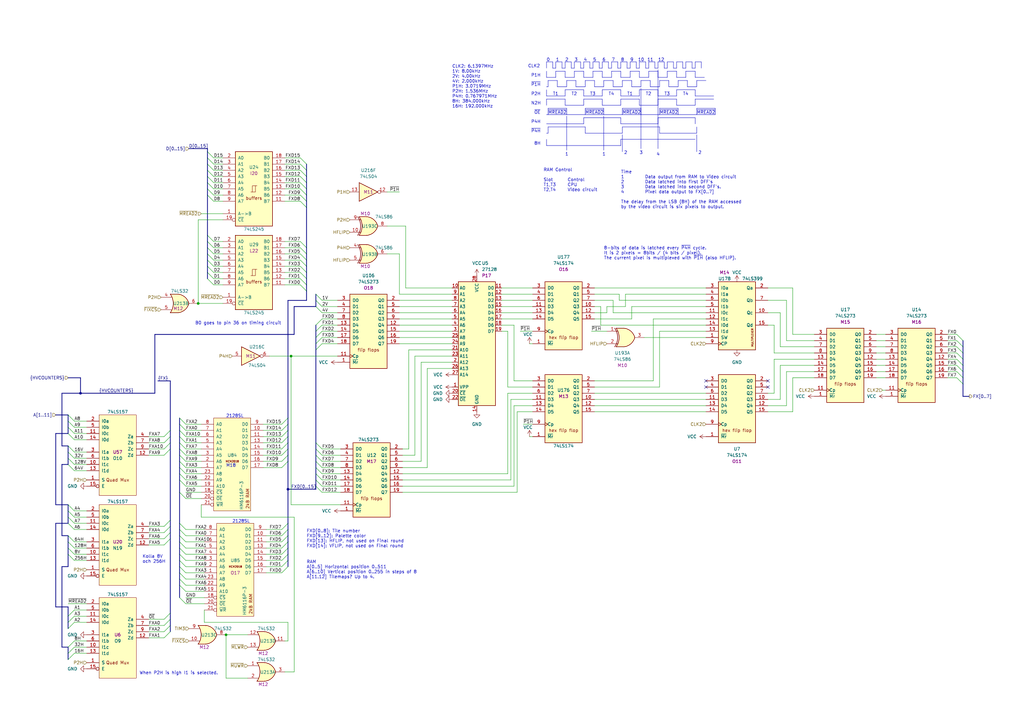
<source format=kicad_sch>
(kicad_sch (version 20230121) (generator eeschema)
  (paper "A3")
  (title_block (title "The Final Round") (date "2023-05-11") (company "Konami GX870") (comment 1 "Fixed Layer"))
  (bus_alias "FX" (members "~{OE}" "FXA[0..10]"))
  (bus_alias "HVCOUNTERS" (members "8H" "16H" "32H" "64H" "128H" "256H" "1V" "2V" "4V" "8V" "16V" "32V" "64V" "128V"))
  (junction (at 92.71 260.35))
  (junction (at 81.28 124.46))
  (junction (at 33.02 161.29))
  (junction (at 118.11 200.66))
  (junction (at 119.38 146.05))
  (no_connect (at 289.56 156.21))
  (no_connect (at 289.56 158.75))
  (no_connect (at 314.96 158.75))
  (no_connect (at 314.96 156.21))
  (bus_entry (at 115.57 232.41) (size 2.54 -2.54))
  (bus_entry (at 67.31 215.9) (size 2.54 -2.54))
  (bus_entry (at 27.94 267.97) (size 2.54 -2.54))
  (bus_entry (at 27.94 224.79) (size 2.54 2.54))
  (bus_entry (at 85.09 111.76) (size 2.54 2.54))
  (bus_entry (at 73.66 240.03) (size 2.54 2.54))
  (bus_entry (at 123.19 69.85) (size 2.54 2.54))
  (bus_entry (at 73.66 189.23) (size 2.54 2.54))
  (bus_entry (at 85.09 67.31) (size 2.54 2.54))
  (bus_entry (at 85.09 72.39) (size 2.54 2.54))
  (bus_entry (at 85.09 80.01) (size 2.54 2.54))
  (bus_entry (at 129.54 196.85) (size 2.54 2.54))
  (bus_entry (at 27.94 207.01) (size 2.54 2.54))
  (bus_entry (at 392.43 137.16) (size 2.54 2.54))
  (bus_entry (at 392.43 144.78) (size 2.54 2.54))
  (bus_entry (at 73.66 237.49) (size 2.54 2.54))
  (bus_entry (at 129.54 199.39) (size 2.54 2.54))
  (bus_entry (at 85.09 109.22) (size 2.54 2.54))
  (bus_entry (at 115.57 181.61) (size 2.54 -2.54))
  (bus_entry (at 392.43 142.24) (size 2.54 2.54))
  (bus_entry (at 129.54 191.77) (size 2.54 2.54))
  (bus_entry (at 27.94 219.71) (size 2.54 2.54))
  (bus_entry (at 73.66 176.53) (size 2.54 2.54))
  (bus_entry (at 85.09 64.77) (size 2.54 2.54))
  (bus_entry (at 85.09 104.14) (size 2.54 2.54))
  (bus_entry (at 73.66 219.71) (size 2.54 2.54))
  (bus_entry (at 115.57 234.95) (size 2.54 -2.54))
  (bus_entry (at 115.57 186.69) (size 2.54 -2.54))
  (bus_entry (at 123.19 80.01) (size 2.54 2.54))
  (bus_entry (at 85.09 114.3) (size 2.54 2.54))
  (bus_entry (at 115.57 227.33) (size 2.54 -2.54))
  (bus_entry (at 27.94 190.5) (size 2.54 2.54))
  (bus_entry (at 115.57 222.25) (size 2.54 -2.54))
  (bus_entry (at 392.43 149.86) (size 2.54 2.54))
  (bus_entry (at 123.19 106.68) (size 2.54 2.54))
  (bus_entry (at 27.94 170.18) (size 2.54 2.54))
  (bus_entry (at 27.94 265.43) (size 2.54 -2.54))
  (bus_entry (at 85.09 106.68) (size 2.54 2.54))
  (bus_entry (at 73.66 222.25) (size 2.54 2.54))
  (bus_entry (at 67.31 254) (size 2.54 -2.54))
  (bus_entry (at 27.94 255.27) (size 2.54 -2.54))
  (bus_entry (at 123.19 104.14) (size 2.54 2.54))
  (bus_entry (at 129.54 143.51) (size 2.54 -2.54))
  (bus_entry (at 392.43 152.4) (size 2.54 2.54))
  (bus_entry (at 67.31 220.98) (size 2.54 -2.54))
  (bus_entry (at 123.19 82.55) (size 2.54 2.54))
  (bus_entry (at 27.94 222.25) (size 2.54 2.54))
  (bus_entry (at 67.31 186.69) (size 2.54 -2.54))
  (bus_entry (at 73.66 186.69) (size 2.54 2.54))
  (bus_entry (at 115.57 179.07) (size 2.54 -2.54))
  (bus_entry (at 392.43 154.94) (size 2.54 2.54))
  (bus_entry (at 129.54 125.73) (size 2.54 2.54))
  (bus_entry (at 73.66 184.15) (size 2.54 2.54))
  (bus_entry (at 115.57 189.23) (size 2.54 -2.54))
  (bus_entry (at 27.94 175.26) (size 2.54 2.54))
  (bus_entry (at 392.43 147.32) (size 2.54 2.54))
  (bus_entry (at 67.31 261.62) (size 2.54 -2.54))
  (bus_entry (at 67.31 223.52) (size 2.54 -2.54))
  (bus_entry (at 115.57 224.79) (size 2.54 -2.54))
  (bus_entry (at 73.66 196.85) (size 2.54 2.54))
  (bus_entry (at 67.31 259.08) (size 2.54 -2.54))
  (bus_entry (at 129.54 133.35) (size 2.54 -2.54))
  (bus_entry (at 115.57 217.17) (size 2.54 -2.54))
  (bus_entry (at 27.94 182.88) (size 2.54 2.54))
  (bus_entry (at 85.09 62.23) (size 2.54 2.54))
  (bus_entry (at 115.57 176.53) (size 2.54 -2.54))
  (bus_entry (at 85.09 77.47) (size 2.54 2.54))
  (bus_entry (at 129.54 184.15) (size 2.54 2.54))
  (bus_entry (at 129.54 140.97) (size 2.54 -2.54))
  (bus_entry (at 27.94 214.63) (size 2.54 2.54))
  (bus_entry (at 123.19 72.39) (size 2.54 2.54))
  (bus_entry (at 73.66 181.61) (size 2.54 2.54))
  (bus_entry (at 73.66 232.41) (size 2.54 2.54))
  (bus_entry (at 27.94 212.09) (size 2.54 2.54))
  (bus_entry (at 27.94 172.72) (size 2.54 2.54))
  (bus_entry (at 27.94 185.42) (size 2.54 2.54))
  (bus_entry (at 73.66 229.87) (size 2.54 2.54))
  (bus_entry (at 27.94 227.33) (size 2.54 2.54))
  (bus_entry (at 115.57 184.15) (size 2.54 -2.54))
  (bus_entry (at 73.66 179.07) (size 2.54 2.54))
  (bus_entry (at 73.66 245.11) (size 2.54 2.54))
  (bus_entry (at 85.09 74.93) (size 2.54 2.54))
  (bus_entry (at 67.31 179.07) (size 2.54 -2.54))
  (bus_entry (at 129.54 181.61) (size 2.54 2.54))
  (bus_entry (at 129.54 189.23) (size 2.54 2.54))
  (bus_entry (at 123.19 67.31) (size 2.54 2.54))
  (bus_entry (at 73.66 201.93) (size 2.54 2.54))
  (bus_entry (at 27.94 209.55) (size 2.54 2.54))
  (bus_entry (at 115.57 173.99) (size 2.54 -2.54))
  (bus_entry (at 67.31 184.15) (size 2.54 -2.54))
  (bus_entry (at 27.94 270.51) (size 2.54 -2.54))
  (bus_entry (at 73.66 234.95) (size 2.54 2.54))
  (bus_entry (at 73.66 171.45) (size 2.54 2.54))
  (bus_entry (at 85.09 69.85) (size 2.54 2.54))
  (bus_entry (at 85.09 99.06) (size 2.54 2.54))
  (bus_entry (at 67.31 181.61) (size 2.54 -2.54))
  (bus_entry (at 27.94 252.73) (size 2.54 -2.54))
  (bus_entry (at 392.43 139.7) (size 2.54 2.54))
  (bus_entry (at 129.54 123.19) (size 2.54 2.54))
  (bus_entry (at 85.09 101.6) (size 2.54 2.54))
  (bus_entry (at 27.94 177.8) (size 2.54 2.54))
  (bus_entry (at 129.54 135.89) (size 2.54 -2.54))
  (bus_entry (at 27.94 257.81) (size 2.54 -2.54))
  (bus_entry (at 115.57 219.71) (size 2.54 -2.54))
  (bus_entry (at 123.19 74.93) (size 2.54 2.54))
  (bus_entry (at 73.66 227.33) (size 2.54 2.54))
  (bus_entry (at 115.57 229.87) (size 2.54 -2.54))
  (bus_entry (at 73.66 191.77) (size 2.54 2.54))
  (bus_entry (at 123.19 99.06) (size 2.54 2.54))
  (bus_entry (at 123.19 116.84) (size 2.54 2.54))
  (bus_entry (at 67.31 256.54) (size 2.54 -2.54))
  (bus_entry (at 123.19 114.3) (size 2.54 2.54))
  (bus_entry (at 123.19 101.6) (size 2.54 2.54))
  (bus_entry (at 129.54 194.31) (size 2.54 2.54))
  (bus_entry (at 129.54 186.69) (size 2.54 2.54))
  (bus_entry (at 115.57 191.77) (size 2.54 -2.54))
  (bus_entry (at 129.54 138.43) (size 2.54 -2.54))
  (bus_entry (at 73.66 217.17) (size 2.54 2.54))
  (bus_entry (at 123.19 77.47) (size 2.54 2.54))
  (bus_entry (at 73.66 214.63) (size 2.54 2.54))
  (bus_entry (at 27.94 187.96) (size 2.54 2.54))
  (bus_entry (at 67.31 218.44) (size 2.54 -2.54))
  (bus_entry (at 123.19 109.22) (size 2.54 2.54))
  (bus_entry (at 73.66 173.99) (size 2.54 2.54))
  (bus_entry (at 123.19 111.76) (size 2.54 2.54))
  (bus_entry (at 73.66 224.79) (size 2.54 2.54))
  (bus_entry (at 123.19 64.77) (size 2.54 2.54))
  (bus_entry (at 85.09 96.52) (size 2.54 2.54))
  (bus_entry (at 73.66 194.31) (size 2.54 2.54))
  (bus_entry (at 129.54 120.65) (size 2.54 2.54))
  (polyline (pts (xy 238.125 27.94) (xy 238.125 25.4)) (stroke (width 0) (type solid)))
  (wire (pts (xy 76.2 219.71) (xy 83.82 219.71)))
  (bus (pts (xy 125.73 77.47) (xy 125.73 80.01)))
  (polyline (pts (xy 277.495 43.18) (xy 285.115 43.18)) (stroke (width 0) (type solid)))
  (wire (pts (xy 116.84 74.93) (xy 123.19 74.93)))
  (wire (pts (xy 163.83 133.35) (xy 185.42 133.35)))
  (wire (pts (xy 76.2 224.79) (xy 83.82 224.79)))
  (polyline (pts (xy 240.03 33.02) (xy 243.84 33.02)) (stroke (width 0) (type solid)))
  (bus (pts (xy 25.4 190.5) (xy 25.4 219.71)))
  (wire (pts (xy 388.62 142.24) (xy 392.43 142.24)))
  (bus (pts (xy 25.4 265.43) (xy 25.4 232.41)))
  (wire (pts (xy 209.55 163.83) (xy 218.44 163.83)))
  (bus (pts (xy 27.94 182.88) (xy 27.94 185.42)))
  (polyline (pts (xy 262.89 44.45) (xy 262.89 46.99)) (stroke (width 0) (type solid)))
  (polyline (pts (xy 224.155 59.69) (xy 254.635 59.69)) (stroke (width 0) (type solid)))
  (polyline (pts (xy 269.875 40.64) (xy 269.875 43.18)) (stroke (width 0) (type solid)))
  (wire (pts (xy 116.84 64.77) (xy 123.19 64.77)))
  (polyline (pts (xy 231.775 39.37) (xy 231.775 36.83)) (stroke (width 0) (type solid)))
  (wire (pts (xy 208.28 161.29) (xy 208.28 194.31)))
  (polyline (pts (xy 224.155 27.94) (xy 224.155 25.4)) (stroke (width 0) (type solid)))
  (wire (pts (xy 87.63 114.3) (xy 91.44 114.3)))
  (polyline (pts (xy 247.015 27.94) (xy 247.015 25.4)) (stroke (width 0) (type solid)))
  (wire (pts (xy 109.22 224.79) (xy 115.57 224.79)))
  (polyline (pts (xy 224.79 52.07) (xy 224.79 54.61)) (stroke (width 0) (type solid)))
  (polyline (pts (xy 234.315 27.94) (xy 234.315 25.4)) (stroke (width 0) (type solid)))
  (wire (pts (xy 132.08 196.85) (xy 139.7 196.85)))
  (wire (pts (xy 270.51 135.89) (xy 270.51 158.75)))
  (bus (pts (xy 125.73 85.09) (xy 125.73 101.6)))
  (wire (pts (xy 289.56 120.65) (xy 256.54 120.65)))
  (polyline (pts (xy 235.585 29.21) (xy 239.395 29.21)) (stroke (width 0) (type solid)))
  (wire (pts (xy 87.63 104.14) (xy 91.44 104.14)))
  (polyline (pts (xy 278.13 46.99) (xy 285.75 46.99)) (stroke (width 0) (type solid)))
  (wire (pts (xy 359.41 142.24) (xy 363.22 142.24)))
  (polyline (pts (xy 232.41 33.02) (xy 232.41 35.56)) (stroke (width 0) (type solid)))
  (polyline (pts (xy 254.635 50.8) (xy 269.875 50.8)) (stroke (width 0) (type solid)))
  (wire (pts (xy 30.48 250.19) (xy 35.56 250.19)))
  (wire (pts (xy 210.82 166.37) (xy 218.44 166.37)))
  (wire (pts (xy 116.84 114.3) (xy 123.19 114.3)))
  (polyline (pts (xy 269.875 31.75) (xy 273.685 31.75)) (stroke (width 0) (type solid)))
  (polyline (pts (xy 231.775 31.75) (xy 235.585 31.75)) (stroke (width 0) (type solid)))
  (polyline (pts (xy 243.205 31.75) (xy 243.205 29.21)) (stroke (width 0) (type solid)))
  (wire (pts (xy 60.96 261.62) (xy 67.31 261.62)))
  (bus (pts (xy 118.11 219.71) (xy 118.11 222.25)))
  (polyline (pts (xy 240.03 54.61) (xy 255.27 54.61)) (stroke (width 0) (type solid)))
  (bus (pts (xy 73.66 214.63) (xy 73.66 217.17)))
  (polyline (pts (xy 239.395 39.37) (xy 247.015 39.37)) (stroke (width 0) (type solid)))
  (wire (pts (xy 359.41 144.78) (xy 363.22 144.78)))
  (bus (pts (xy 125.73 80.01) (xy 125.73 82.55)))
  (polyline (pts (xy 277.495 25.4) (xy 280.035 25.4)) (stroke (width 0) (type solid)))
  (polyline (pts (xy 269.875 25.4) (xy 272.415 25.4)) (stroke (width 0) (type solid)))
  (wire (pts (xy 110.49 146.05) (xy 119.38 146.05)))
  (polyline (pts (xy 277.495 31.75) (xy 281.305 31.75)) (stroke (width 0) (type solid)))
  (wire (pts (xy 30.48 193.04) (xy 35.56 193.04)))
  (wire (pts (xy 76.2 227.33) (xy 83.82 227.33)))
  (wire (pts (xy 325.12 154.94) (xy 334.01 154.94)))
  (wire (pts (xy 334.01 147.32) (xy 317.5 147.32)))
  (wire (pts (xy 87.63 74.93) (xy 91.44 74.93)))
  (wire (pts (xy 212.09 168.91) (xy 218.44 168.91)))
  (bus (pts (xy 118.11 176.53) (xy 118.11 179.07)))
  (wire (pts (xy 76.2 222.25) (xy 83.82 222.25)))
  (bus (pts (xy 125.73 72.39) (xy 125.73 74.93)))
  (wire (pts (xy 30.48 252.73) (xy 35.56 252.73)))
  (wire (pts (xy 60.96 184.15) (xy 67.31 184.15)))
  (bus (pts (xy 73.66 196.85) (xy 73.66 201.93)))
  (wire (pts (xy 163.83 125.73) (xy 185.42 125.73)))
  (wire (pts (xy 243.84 168.91) (xy 289.56 168.91)))
  (polyline (pts (xy 285.115 39.37) (xy 292.735 39.37)) (stroke (width 0) (type solid)))
  (wire (pts (xy 158.75 78.74) (xy 163.83 78.74)))
  (bus (pts (xy 394.97 162.56) (xy 394.97 157.48)))
  (bus (pts (xy 129.54 140.97) (xy 129.54 143.51)))
  (polyline (pts (xy 269.875 28.575) (xy 269.875 60.96)))
  (polyline (pts (xy 278.13 33.02) (xy 278.13 35.56)) (stroke (width 0) (type solid)))
  (wire (pts (xy 87.63 109.22) (xy 91.44 109.22)))
  (wire (pts (xy 87.63 82.55) (xy 91.44 82.55)))
  (polyline (pts (xy 281.94 33.02) (xy 281.94 35.56)) (stroke (width 0) (type solid)))
  (polyline (pts (xy 250.825 29.21) (xy 254.635 29.21)) (stroke (width 0) (type solid)))
  (polyline (pts (xy 277.495 39.37) (xy 277.495 36.83)) (stroke (width 0) (type solid)))
  (wire (pts (xy 30.48 175.26) (xy 35.56 175.26)))
  (bus (pts (xy 129.54 123.19) (xy 129.54 125.73)))
  (bus (pts (xy 73.66 194.31) (xy 73.66 196.85)))
  (polyline (pts (xy 224.79 44.45) (xy 224.79 46.99)) (stroke (width 0) (type solid)))
  (wire (pts (xy 132.08 199.39) (xy 139.7 199.39)))
  (wire (pts (xy 76.2 217.17) (xy 83.82 217.17)))
  (wire (pts (xy 289.56 135.89) (xy 270.51 135.89)))
  (polyline (pts (xy 262.255 31.75) (xy 266.065 31.75)) (stroke (width 0) (type solid)))
  (bus (pts (xy 69.85 176.53) (xy 69.85 179.07)))
  (wire (pts (xy 87.63 99.06) (xy 91.44 99.06)))
  (wire (pts (xy 163.83 123.19) (xy 185.42 123.19)))
  (bus (pts (xy 69.85 181.61) (xy 69.85 184.15)))
  (polyline (pts (xy 270.51 46.99) (xy 278.13 46.99)) (stroke (width 0) (type solid)))
  (wire (pts (xy 254 120.65) (xy 254 123.19)))
  (wire (pts (xy 210.82 156.21) (xy 210.82 133.35)))
  (bus (pts (xy 27.94 170.18) (xy 27.94 172.72)))
  (wire (pts (xy 208.28 194.31) (xy 165.1 194.31)))
  (wire (pts (xy 87.63 67.31) (xy 91.44 67.31)))
  (wire (pts (xy 251.46 128.27) (xy 289.56 128.27)))
  (bus (pts (xy 394.97 142.24) (xy 394.97 144.78)))
  (polyline (pts (xy 285.115 25.4) (xy 287.655 25.4)) (stroke (width 0) (type solid)))
  (wire (pts (xy 132.08 133.35) (xy 138.43 133.35)))
  (bus (pts (xy 69.85 220.98) (xy 69.85 251.46)))
  (polyline (pts (xy 262.255 31.75) (xy 262.255 29.21)) (stroke (width 0) (type solid)))
  (bus (pts (xy 85.09 64.77) (xy 85.09 67.31)))
  (polyline (pts (xy 285.115 40.64) (xy 285.115 43.18)) (stroke (width 0) (type solid)))
  (wire (pts (xy 388.62 152.4) (xy 392.43 152.4)))
  (polyline (pts (xy 255.27 44.45) (xy 255.27 46.99)) (stroke (width 0) (type solid)))
  (wire (pts (xy 163.83 104.14) (xy 163.83 120.65)))
  (bus (pts (xy 118.11 224.79) (xy 118.11 227.33)))
  (wire (pts (xy 76.2 232.41) (xy 83.82 232.41)))
  (bus (pts (xy 118.11 184.15) (xy 118.11 186.69)))
  (polyline (pts (xy 239.395 31.75) (xy 239.395 29.21)) (stroke (width 0) (type solid)))
  (polyline (pts (xy 262.255 39.37) (xy 262.255 36.83)) (stroke (width 0) (type solid)))
  (bus (pts (xy 63.5 137.16) (xy 63.5 161.29)))
  (wire (pts (xy 132.08 189.23) (xy 139.7 189.23)))
  (wire (pts (xy 388.62 154.94) (xy 392.43 154.94)))
  (bus (pts (xy 118.11 217.17) (xy 118.11 219.71)))
  (bus (pts (xy 27.94 255.27) (xy 27.94 252.73)))
  (polyline (pts (xy 287.655 27.94) (xy 287.655 25.4)) (stroke (width 0) (type solid)))
  (polyline (pts (xy 258.445 25.4) (xy 260.985 25.4)) (stroke (width 0) (type solid)))
  (bus (pts (xy 129.54 199.39) (xy 129.54 200.66)))
  (wire (pts (xy 243.84 123.19) (xy 251.46 123.19)))
  (polyline (pts (xy 255.27 44.45) (xy 262.89 44.45)) (stroke (width 0) (type solid)))
  (polyline (pts (xy 285.75 44.45) (xy 285.75 46.99)) (stroke (width 0) (type solid)))
  (wire (pts (xy 116.84 116.84) (xy 123.19 116.84)))
  (polyline (pts (xy 251.46 33.02) (xy 251.46 35.56)) (stroke (width 0) (type solid)))
  (wire (pts (xy 30.48 262.89) (xy 35.56 262.89)))
  (bus (pts (xy 73.66 184.15) (xy 73.66 186.69)))
  (polyline (pts (xy 266.065 25.4) (xy 268.605 25.4)) (stroke (width 0) (type solid)))
  (wire (pts (xy 267.97 156.21) (xy 267.97 130.81)))
  (polyline (pts (xy 239.395 31.75) (xy 243.205 31.75)) (stroke (width 0) (type solid)))
  (polyline (pts (xy 285.75 55.245) (xy 285.75 62.23)))
  (bus (pts (xy 118.11 173.99) (xy 118.11 176.53)))
  (polyline (pts (xy 262.89 46.99) (xy 270.51 46.99)) (stroke (width 0) (type solid)))
  (bus (pts (xy 394.97 154.94) (xy 394.97 157.48)))
  (wire (pts (xy 166.37 92.71) (xy 166.37 118.11)))
  (bus (pts (xy 73.66 237.49) (xy 73.66 240.03)))
  (polyline (pts (xy 239.395 27.94) (xy 239.395 25.4)) (stroke (width 0) (type solid)))
  (wire (pts (xy 246.38 133.35) (xy 289.56 133.35)))
  (polyline (pts (xy 285.115 40.64) (xy 292.735 40.64)) (stroke (width 0) (type solid)))
  (wire (pts (xy 205.74 120.65) (xy 218.44 120.65)))
  (polyline (pts (xy 232.41 47.625) (xy 232.41 61.595)))
  (wire (pts (xy 322.58 139.7) (xy 334.01 139.7)))
  (wire (pts (xy 217.17 179.07) (xy 218.44 179.07)))
  (polyline (pts (xy 273.685 29.21) (xy 277.495 29.21)) (stroke (width 0) (type solid)))
  (polyline (pts (xy 224.155 40.64) (xy 231.775 40.64)) (stroke (width 0) (type solid)))
  (polyline (pts (xy 277.495 36.83) (xy 285.115 36.83)) (stroke (width 0) (type solid)))
  (bus (pts (xy 125.73 104.14) (xy 125.73 106.68)))
  (wire (pts (xy 254 123.19) (xy 289.56 123.19)))
  (wire (pts (xy 132.08 191.77) (xy 139.7 191.77)))
  (wire (pts (xy 116.84 109.22) (xy 123.19 109.22)))
  (polyline (pts (xy 226.695 27.94) (xy 227.965 27.94)) (stroke (width 0) (type solid)))
  (bus (pts (xy 27.94 175.26) (xy 27.94 177.8)))
  (wire (pts (xy 205.74 123.19) (xy 218.44 123.19)))
  (polyline (pts (xy 241.935 27.94) (xy 243.205 27.94)) (stroke (width 0) (type solid)))
  (bus (pts (xy 64.77 156.21) (xy 69.85 156.21)))
  (wire (pts (xy 76.2 199.39) (xy 82.55 199.39)))
  (wire (pts (xy 30.48 267.97) (xy 35.56 267.97)))
  (bus (pts (xy 27.94 257.81) (xy 27.94 255.27)))
  (wire (pts (xy 119.38 207.01) (xy 139.7 207.01)))
  (bus (pts (xy 27.94 267.97) (xy 27.94 265.43)))
  (wire (pts (xy 76.2 234.95) (xy 83.82 234.95)))
  (polyline (pts (xy 253.365 27.94) (xy 254.635 27.94)) (stroke (width 0) (type solid)))
  (polyline (pts (xy 255.27 52.07) (xy 270.51 52.07)) (stroke (width 0) (type solid)))
  (bus (pts (xy 85.09 101.6) (xy 85.09 104.14)))
  (polyline (pts (xy 247.015 25.4) (xy 249.555 25.4)) (stroke (width 0) (type solid)))
  (wire (pts (xy 87.63 111.76) (xy 91.44 111.76)))
  (wire (pts (xy 82.55 87.63) (xy 91.44 87.63)))
  (wire (pts (xy 317.5 133.35) (xy 317.5 144.78)))
  (wire (pts (xy 30.48 190.5) (xy 35.56 190.5)))
  (polyline (pts (xy 235.585 31.75) (xy 235.585 29.21)) (stroke (width 0) (type solid)))
  (bus (pts (xy 73.66 232.41) (xy 73.66 234.95)))
  (bus (pts (xy 85.09 99.06) (xy 85.09 101.6)))
  (polyline (pts (xy 283.845 27.94) (xy 285.115 27.94)) (stroke (width 0) (type solid)))
  (polyline (pts (xy 266.065 31.75) (xy 266.065 29.21)) (stroke (width 0) (type solid)))
  (bus (pts (xy 25.4 232.41) (xy 27.94 232.41)))
  (bus (pts (xy 69.85 215.9) (xy 69.85 218.44)))
  (wire (pts (xy 317.5 147.32) (xy 317.5 161.29)))
  (wire (pts (xy 87.63 69.85) (xy 91.44 69.85)))
  (polyline (pts (xy 254.635 25.4) (xy 257.175 25.4)) (stroke (width 0) (type solid)))
  (polyline (pts (xy 255.27 46.99) (xy 262.89 46.99)) (stroke (width 0) (type solid)))
  (wire (pts (xy 30.48 187.96) (xy 35.56 187.96)))
  (bus (pts (xy 394.97 139.7) (xy 394.97 142.24)))
  (polyline (pts (xy 285.75 33.02) (xy 285.75 35.56)) (stroke (width 0) (type solid)))
  (polyline (pts (xy 281.305 25.4) (xy 283.845 25.4)) (stroke (width 0) (type solid)))
  (polyline (pts (xy 254.635 27.94) (xy 254.635 25.4)) (stroke (width 0) (type solid)))
  (polyline (pts (xy 224.79 33.02) (xy 228.6 33.02)) (stroke (width 0) (type solid)))
  (wire (pts (xy 60.96 215.9) (xy 67.31 215.9)))
  (wire (pts (xy 256.54 120.65) (xy 256.54 125.73)))
  (polyline (pts (xy 266.7 35.56) (xy 270.51 35.56)) (stroke (width 0) (type solid)))
  (bus (pts (xy 85.09 74.93) (xy 85.09 77.47)))
  (wire (pts (xy 92.71 278.13) (xy 92.71 260.35)))
  (polyline (pts (xy 259.08 35.56) (xy 262.89 35.56)) (stroke (width 0) (type solid)))
  (wire (pts (xy 82.55 212.09) (xy 120.65 212.09)))
  (wire (pts (xy 264.16 138.43) (xy 289.56 138.43)))
  (wire (pts (xy 210.82 166.37) (xy 210.82 199.39)))
  (wire (pts (xy 314.96 123.19) (xy 322.58 123.19)))
  (wire (pts (xy 60.96 220.98) (xy 67.31 220.98)))
  (bus (pts (xy 69.85 256.54) (xy 69.85 259.08)))
  (polyline (pts (xy 247.015 43.18) (xy 254.635 43.18)) (stroke (width 0) (type solid)))
  (wire (pts (xy 82.55 207.01) (xy 82.55 212.09)))
  (bus (pts (xy 118.11 123.19) (xy 125.73 123.19)))
  (bus (pts (xy 73.66 234.95) (xy 73.66 237.49)))
  (bus (pts (xy 118.11 229.87) (xy 118.11 232.41)))
  (wire (pts (xy 210.82 156.21) (xy 218.44 156.21)))
  (wire (pts (xy 163.83 128.27) (xy 185.42 128.27)))
  (bus (pts (xy 394.97 147.32) (xy 394.97 149.86)))
  (wire (pts (xy 109.22 222.25) (xy 115.57 222.25)))
  (wire (pts (xy 116.84 275.59) (xy 120.65 275.59)))
  (bus (pts (xy 129.54 196.85) (xy 129.54 199.39)))
  (wire (pts (xy 76.2 176.53) (xy 82.55 176.53)))
  (polyline (pts (xy 269.875 40.64) (xy 277.495 40.64)) (stroke (width 0) (type solid)))
  (wire (pts (xy 314.96 128.27) (xy 320.04 128.27)))
  (wire (pts (xy 214.63 173.99) (xy 218.44 173.99)))
  (polyline (pts (xy 273.685 27.94) (xy 273.685 25.4)) (stroke (width 0) (type solid)))
  (bus (pts (xy 394.97 149.86) (xy 394.97 152.4)))
  (polyline (pts (xy 247.015 40.64) (xy 247.015 43.18)) (stroke (width 0) (type solid)))
  (wire (pts (xy 132.08 130.81) (xy 138.43 130.81)))
  (polyline (pts (xy 230.505 27.94) (xy 231.775 27.94)) (stroke (width 0) (type solid)))
  (wire (pts (xy 132.08 125.73) (xy 138.43 125.73)))
  (wire (pts (xy 87.63 101.6) (xy 91.44 101.6)))
  (bus (pts (xy 73.66 186.69) (xy 73.66 189.23)))
  (bus (pts (xy 69.85 251.46) (xy 69.85 254)))
  (polyline (pts (xy 230.505 27.94) (xy 230.505 25.4)) (stroke (width 0) (type solid)))
  (bus (pts (xy 22.86 214.63) (xy 22.86 248.92)))
  (wire (pts (xy 209.55 163.83) (xy 209.55 196.85)))
  (wire (pts (xy 212.09 168.91) (xy 212.09 201.93)))
  (wire (pts (xy 163.83 104.14) (xy 158.75 104.14)))
  (polyline (pts (xy 257.175 27.94) (xy 258.445 27.94)) (stroke (width 0) (type solid)))
  (polyline (pts (xy 224.155 35.56) (xy 224.79 35.56)) (stroke (width 0) (type solid)))
  (polyline (pts (xy 254.635 31.75) (xy 258.445 31.75)) (stroke (width 0) (type solid)))
  (bus (pts (xy 27.94 187.96) (xy 27.94 190.5)))
  (wire (pts (xy 60.96 223.52) (xy 67.31 223.52)))
  (polyline (pts (xy 277.495 31.75) (xy 277.495 29.21)) (stroke (width 0) (type solid)))
  (wire (pts (xy 208.28 161.29) (xy 218.44 161.29)))
  (wire (pts (xy 132.08 140.97) (xy 138.43 140.97)))
  (wire (pts (xy 208.28 158.75) (xy 218.44 158.75)))
  (wire (pts (xy 116.84 80.01) (xy 123.19 80.01)))
  (bus (pts (xy 73.66 179.07) (xy 73.66 181.61)))
  (polyline (pts (xy 274.32 33.02) (xy 274.32 35.56)) (stroke (width 0) (type solid)))
  (bus (pts (xy 22.86 248.92) (xy 27.94 248.92)))
  (polyline (pts (xy 264.795 27.94) (xy 264.795 25.4)) (stroke (width 0) (type solid)))
  (bus (pts (xy 69.85 156.21) (xy 69.85 176.53)))
  (bus (pts (xy 85.09 67.31) (xy 85.09 69.85)))
  (bus (pts (xy 27.94 182.88) (xy 25.4 182.88)))
  (bus (pts (xy 69.85 213.36) (xy 69.85 215.9)))
  (wire (pts (xy 217.17 140.97) (xy 218.44 140.97)))
  (bus (pts (xy 27.94 265.43) (xy 25.4 265.43)))
  (polyline (pts (xy 247.65 33.02) (xy 247.65 35.56)) (stroke (width 0) (type solid)))
  (bus (pts (xy 85.09 69.85) (xy 85.09 72.39)))
  (wire (pts (xy 132.08 138.43) (xy 138.43 138.43)))
  (wire (pts (xy 165.1 184.15) (xy 167.64 184.15)))
  (polyline (pts (xy 224.155 46.99) (xy 224.79 46.99)) (stroke (width 0) (type solid)))
  (wire (pts (xy 116.84 99.06) (xy 123.19 99.06)))
  (bus (pts (xy 129.54 143.51) (xy 129.54 181.61)))
  (polyline (pts (xy 232.41 33.02) (xy 236.22 33.02)) (stroke (width 0) (type solid)))
  (wire (pts (xy 359.41 139.7) (xy 363.22 139.7)))
  (wire (pts (xy 132.08 128.27) (xy 138.43 128.27)))
  (wire (pts (xy 175.26 151.13) (xy 185.42 151.13)))
  (wire (pts (xy 208.28 135.89) (xy 205.74 135.89)))
  (polyline (pts (xy 245.745 27.94) (xy 247.015 27.94)) (stroke (width 0) (type solid)))
  (bus (pts (xy 118.11 200.66) (xy 118.11 214.63)))
  (bus (pts (xy 69.85 218.44) (xy 69.85 220.98)))
  (wire (pts (xy 92.71 278.13) (xy 101.6 278.13)))
  (wire (pts (xy 322.58 152.4) (xy 322.58 166.37)))
  (wire (pts (xy 60.96 254) (xy 67.31 254)))
  (bus (pts (xy 25.4 190.5) (xy 27.94 190.5)))
  (wire (pts (xy 359.41 149.86) (xy 363.22 149.86)))
  (polyline (pts (xy 266.7 33.02) (xy 266.7 35.56)) (stroke (width 0) (type solid)))
  (wire (pts (xy 76.2 191.77) (xy 82.55 191.77)))
  (polyline (pts (xy 224.155 50.8) (xy 239.395 50.8)) (stroke (width 0) (type solid)))
  (polyline (pts (xy 276.225 27.94) (xy 277.495 27.94)) (stroke (width 0) (type solid)))
  (bus (pts (xy 73.66 222.25) (xy 73.66 224.79)))
  (polyline (pts (xy 247.65 33.02) (xy 251.46 33.02)) (stroke (width 0) (type solid)))
  (polyline (pts (xy 247.65 44.45) (xy 247.65 46.99)) (stroke (width 0) (type solid)))
  (wire (pts (xy 120.65 212.09) (xy 120.65 275.59)))
  (polyline (pts (xy 249.555 27.94) (xy 250.825 27.94)) (stroke (width 0) (type solid)))
  (bus (pts (xy 27.94 219.71) (xy 25.4 219.71)))
  (bus (pts (xy 85.09 109.22) (xy 85.09 111.76)))
  (polyline (pts (xy 276.225 27.94) (xy 276.225 25.4)) (stroke (width 0) (type solid)))
  (wire (pts (xy 30.48 177.8) (xy 35.56 177.8)))
  (wire (pts (xy 334.01 137.16) (xy 325.12 137.16)))
  (polyline (pts (xy 239.395 40.64) (xy 239.395 43.18)) (stroke (width 0) (type solid)))
  (wire (pts (xy 87.63 106.68) (xy 91.44 106.68)))
  (bus (pts (xy 85.09 72.39) (xy 85.09 74.93)))
  (wire (pts (xy 132.08 186.69) (xy 139.7 186.69)))
  (polyline (pts (xy 226.695 27.94) (xy 226.695 25.4)) (stroke (width 0) (type solid)))
  (polyline (pts (xy 293.37 44.45) (xy 293.37 46.99)) (stroke (width 0) (type solid)))
  (polyline (pts (xy 241.935 27.94) (xy 241.935 25.4)) (stroke (width 0) (type solid)))
  (wire (pts (xy 163.83 130.81) (xy 185.42 130.81)))
  (bus (pts (xy 73.66 229.87) (xy 73.66 232.41)))
  (wire (pts (xy 359.41 137.16) (xy 363.22 137.16)))
  (polyline (pts (xy 280.035 27.94) (xy 280.035 25.4)) (stroke (width 0) (type solid)))
  (polyline (pts (xy 268.605 27.94) (xy 268.605 25.4)) (stroke (width 0) (type solid)))
  (wire (pts (xy 314.96 168.91) (xy 325.12 168.91)))
  (wire (pts (xy 107.95 184.15) (xy 115.57 184.15)))
  (wire (pts (xy 116.84 69.85) (xy 123.19 69.85)))
  (bus (pts (xy 125.73 109.22) (xy 125.73 111.76)))
  (wire (pts (xy 267.97 130.81) (xy 289.56 130.81)))
  (wire (pts (xy 243.84 156.21) (xy 267.97 156.21)))
  (polyline (pts (xy 254.635 40.64) (xy 262.255 40.64)) (stroke (width 0) (type solid)))
  (wire (pts (xy 166.37 118.11) (xy 185.42 118.11)))
  (bus (pts (xy 73.66 224.79) (xy 73.66 227.33)))
  (polyline (pts (xy 251.46 35.56) (xy 255.27 35.56)) (stroke (width 0) (type solid)))
  (bus (pts (xy 73.66 176.53) (xy 73.66 179.07)))
  (polyline (pts (xy 285.75 52.07) (xy 285.75 54.61)) (stroke (width 0) (type solid)))
  (bus (pts (xy 73.66 171.45) (xy 73.66 173.99)))
  (wire (pts (xy 213.36 135.89) (xy 218.44 135.89)))
  (wire (pts (xy 60.96 259.08) (xy 67.31 259.08)))
  (polyline (pts (xy 224.79 33.02) (xy 224.79 35.56)) (stroke (width 0) (type solid)))
  (wire (pts (xy 76.2 173.99) (xy 82.55 173.99)))
  (wire (pts (xy 109.22 227.33) (xy 115.57 227.33)))
  (wire (pts (xy 163.83 138.43) (xy 185.42 138.43)))
  (bus (pts (xy 129.54 186.69) (xy 129.54 189.23)))
  (wire (pts (xy 83.82 255.27) (xy 118.11 255.27)))
  (wire (pts (xy 243.84 130.81) (xy 259.08 130.81)))
  (polyline (pts (xy 262.255 40.64) (xy 262.255 43.18)) (stroke (width 0) (type solid)))
  (wire (pts (xy 109.22 229.87) (xy 115.57 229.87)))
  (wire (pts (xy 107.95 189.23) (xy 115.57 189.23)))
  (polyline (pts (xy 269.875 31.75) (xy 269.875 29.21)) (stroke (width 0) (type solid)))
  (bus (pts (xy 69.85 179.07) (xy 69.85 181.61)))
  (wire (pts (xy 107.95 191.77) (xy 115.57 191.77)))
  (wire (pts (xy 243.84 163.83) (xy 289.56 163.83)))
  (polyline (pts (xy 262.89 36.195) (xy 262.89 60.96)))
  (bus (pts (xy 27.94 214.63) (xy 22.86 214.63)))
  (bus (pts (xy 125.73 101.6) (xy 125.73 104.14)))
  (wire (pts (xy 270.51 158.75) (xy 243.84 158.75)))
  (wire (pts (xy 83.82 250.19) (xy 83.82 255.27)))
  (wire (pts (xy 172.72 148.59) (xy 185.42 148.59)))
  (polyline (pts (xy 255.27 55.245) (xy 255.27 62.23)))
  (wire (pts (xy 132.08 135.89) (xy 138.43 135.89)))
  (bus (pts (xy 118.11 123.19) (xy 118.11 171.45)))
  (wire (pts (xy 87.63 72.39) (xy 91.44 72.39)))
  (polyline (pts (xy 240.03 33.02) (xy 240.03 35.56)) (stroke (width 0) (type solid)))
  (wire (pts (xy 388.62 139.7) (xy 392.43 139.7)))
  (bus (pts (xy 129.54 189.23) (xy 129.54 191.77)))
  (wire (pts (xy 132.08 201.93) (xy 139.7 201.93)))
  (wire (pts (xy 205.74 125.73) (xy 218.44 125.73)))
  (wire (pts (xy 30.48 255.27) (xy 35.56 255.27)))
  (polyline (pts (xy 281.305 29.21) (xy 285.115 29.21)) (stroke (width 0) (type solid)))
  (polyline (pts (xy 269.875 27.94) (xy 269.875 25.4)) (stroke (width 0) (type solid)))
  (wire (pts (xy 243.84 166.37) (xy 289.56 166.37)))
  (wire (pts (xy 167.64 184.15) (xy 167.64 143.51)))
  (wire (pts (xy 259.08 125.73) (xy 259.08 130.81)))
  (polyline (pts (xy 273.685 25.4) (xy 276.225 25.4)) (stroke (width 0) (type solid)))
  (wire (pts (xy 322.58 123.19) (xy 322.58 139.7)))
  (wire (pts (xy 132.08 184.15) (xy 139.7 184.15)))
  (wire (pts (xy 317.5 133.35) (xy 314.96 133.35)))
  (bus (pts (xy 118.11 181.61) (xy 118.11 184.15)))
  (bus (pts (xy 120.65 137.16) (xy 63.5 137.16)))
  (wire (pts (xy 165.1 189.23) (xy 172.72 189.23)))
  (wire (pts (xy 242.57 135.89) (xy 248.92 135.89)))
  (wire (pts (xy 76.2 237.49) (xy 83.82 237.49)))
  (bus (pts (xy 22.86 177.8) (xy 27.94 177.8)))
  (polyline (pts (xy 224.155 40.64) (xy 224.155 43.18)) (stroke (width 0) (type solid)))
  (wire (pts (xy 289.56 125.73) (xy 259.08 125.73)))
  (polyline (pts (xy 227.965 27.94) (xy 227.965 25.4)) (stroke (width 0) (type solid)))
  (wire (pts (xy 243.84 120.65) (xy 254 120.65)))
  (polyline (pts (xy 285.115 39.37) (xy 285.115 36.83)) (stroke (width 0) (type solid)))
  (wire (pts (xy 30.48 224.79) (xy 35.56 224.79)))
  (wire (pts (xy 30.48 212.09) (xy 35.56 212.09)))
  (polyline (pts (xy 228.6 33.02) (xy 228.6 35.56)) (stroke (width 0) (type solid)))
  (polyline (pts (xy 272.415 27.94) (xy 272.415 25.4)) (stroke (width 0) (type solid)))
  (polyline (pts (xy 277.495 40.64) (xy 277.495 43.18)) (stroke (width 0) (type solid)))
  (wire (pts (xy 76.2 186.69) (xy 82.55 186.69)))
  (polyline (pts (xy 264.795 27.94) (xy 266.065 27.94)) (stroke (width 0) (type solid)))
  (polyline (pts (xy 262.255 25.4) (xy 264.795 25.4)) (stroke (width 0) (type solid)))
  (wire (pts (xy 175.26 151.13) (xy 175.26 191.77)))
  (polyline (pts (xy 285.115 31.75) (xy 285.115 29.21)) (stroke (width 0) (type solid)))
  (wire (pts (xy 170.18 186.69) (xy 170.18 146.05)))
  (polyline (pts (xy 231.775 25.4) (xy 234.315 25.4)) (stroke (width 0) (type solid)))
  (wire (pts (xy 163.83 120.65) (xy 185.42 120.65)))
  (bus (pts (xy 397.51 162.56) (xy 394.97 162.56)))
  (wire (pts (xy 361.95 160.02) (xy 363.22 160.02)))
  (polyline (pts (xy 260.985 27.94) (xy 262.255 27.94)) (stroke (width 0) (type solid)))
  (bus (pts (xy 73.66 227.33) (xy 73.66 229.87)))
  (polyline (pts (xy 254.635 50.8) (xy 254.635 48.26)) (stroke (width 0) (type solid)))
  (bus (pts (xy 27.94 185.42) (xy 27.94 187.96)))
  (polyline (pts (xy 224.155 39.37) (xy 224.155 36.83)) (stroke (width 0) (type solid)))
  (bus (pts (xy 73.66 240.03) (xy 73.66 245.11)))
  (wire (pts (xy 30.48 209.55) (xy 35.56 209.55)))
  (polyline (pts (xy 249.555 27.94) (xy 249.555 25.4)) (stroke (width 0) (type solid)))
  (bus (pts (xy 125.73 74.93) (xy 125.73 77.47)))
  (bus (pts (xy 125.73 67.31) (xy 125.73 69.85)))
  (wire (pts (xy 30.48 172.72) (xy 35.56 172.72)))
  (wire (pts (xy 30.48 185.42) (xy 35.56 185.42)))
  (bus (pts (xy 25.4 182.88) (xy 25.4 161.29)))
  (polyline (pts (xy 224.155 25.4) (xy 226.695 25.4)) (stroke (width 0) (type solid)))
  (polyline (pts (xy 269.875 50.8) (xy 269.875 48.26)) (stroke (width 0) (type solid)))
  (polyline (pts (xy 227.965 29.21) (xy 231.775 29.21)) (stroke (width 0) (type solid)))
  (bus (pts (xy 85.09 80.01) (xy 85.09 96.52)))
  (polyline (pts (xy 231.775 31.75) (xy 231.775 29.21)) (stroke (width 0) (type solid)))
  (bus (pts (xy 77.47 60.96) (xy 85.09 60.96)))
  (bus (pts (xy 129.54 120.65) (xy 129.54 123.19)))
  (wire (pts (xy 87.63 77.47) (xy 91.44 77.47)))
  (bus (pts (xy 73.66 191.77) (xy 73.66 194.31)))
  (wire (pts (xy 118.11 255.27) (xy 118.11 262.89)))
  (wire (pts (xy 76.2 181.61) (xy 82.55 181.61)))
  (wire (pts (xy 388.62 147.32) (xy 392.43 147.32)))
  (wire (pts (xy 388.62 144.78) (xy 392.43 144.78)))
  (wire (pts (xy 132.08 123.19) (xy 138.43 123.19)))
  (polyline (pts (xy 227.965 25.4) (xy 230.505 25.4)) (stroke (width 0) (type solid)))
  (wire (pts (xy 325.12 168.91) (xy 325.12 154.94)))
  (polyline (pts (xy 260.985 27.94) (xy 260.985 25.4)) (stroke (width 0) (type solid)))
  (wire (pts (xy 320.04 149.86) (xy 334.01 149.86)))
  (polyline (pts (xy 262.89 33.02) (xy 266.7 33.02)) (stroke (width 0) (type solid)))
  (wire (pts (xy 205.74 130.81) (xy 218.44 130.81)))
  (wire (pts (xy 246.38 125.73) (xy 246.38 133.35)))
  (bus (pts (xy 118.11 214.63) (xy 118.11 217.17)))
  (bus (pts (xy 27.94 154.94) (xy 33.02 154.94)))
  (polyline (pts (xy 270.51 44.45) (xy 270.51 46.99)) (stroke (width 0) (type solid)))
  (polyline (pts (xy 272.415 27.94) (xy 273.685 27.94)) (stroke (width 0) (type solid)))
  (polyline (pts (xy 253.365 27.94) (xy 253.365 25.4)) (stroke (width 0) (type solid)))
  (polyline (pts (xy 254.635 39.37) (xy 254.635 36.83)) (stroke (width 0) (type solid)))
  (bus (pts (xy 73.66 181.61) (xy 73.66 184.15)))
  (bus (pts (xy 129.54 181.61) (xy 129.54 184.15)))
  (wire (pts (xy 81.28 90.17) (xy 81.28 124.46)))
  (polyline (pts (xy 262.255 36.83) (xy 269.875 36.83)) (stroke (width 0) (type solid)))
  (wire (pts (xy 116.84 101.6) (xy 123.19 101.6)))
  (wire (pts (xy 359.41 147.32) (xy 363.22 147.32)))
  (bus (pts (xy 125.73 82.55) (xy 125.73 85.09)))
  (polyline (pts (xy 224.155 39.37) (xy 231.775 39.37)) (stroke (width 0) (type solid)))
  (wire (pts (xy 116.84 111.76) (xy 123.19 111.76)))
  (wire (pts (xy 107.95 179.07) (xy 115.57 179.07)))
  (bus (pts (xy 85.09 111.76) (xy 85.09 114.3)))
  (wire (pts (xy 205.74 118.11) (xy 218.44 118.11)))
  (polyline (pts (xy 243.205 27.94) (xy 243.205 25.4)) (stroke (width 0) (type solid)))
  (wire (pts (xy 248.92 125.73) (xy 248.92 128.27)))
  (wire (pts (xy 116.84 104.14) (xy 123.19 104.14)))
  (polyline (pts (xy 281.305 31.75) (xy 281.305 29.21)) (stroke (width 0) (type solid)))
  (wire (pts (xy 388.62 149.86) (xy 392.43 149.86)))
  (polyline (pts (xy 234.315 27.94) (xy 235.585 27.94)) (stroke (width 0) (type solid)))
  (wire (pts (xy 76.2 179.07) (xy 82.55 179.07)))
  (wire (pts (xy 81.28 90.17) (xy 91.44 90.17)))
  (polyline (pts (xy 247.015 31.75) (xy 247.015 29.21)) (stroke (width 0) (type solid)))
  (wire (pts (xy 107.95 173.99) (xy 115.57 173.99)))
  (polyline (pts (xy 235.585 25.4) (xy 238.125 25.4)) (stroke (width 0) (type solid)))
  (polyline (pts (xy 278.13 44.45) (xy 278.13 46.99)) (stroke (width 0) (type solid)))
  (wire (pts (xy 116.84 67.31) (xy 123.19 67.31)))
  (wire (pts (xy 317.5 161.29) (xy 314.96 161.29)))
  (wire (pts (xy 158.75 92.71) (xy 166.37 92.71)))
  (polyline (pts (xy 258.445 27.94) (xy 258.445 25.4)) (stroke (width 0) (type solid)))
  (bus (pts (xy 118.11 171.45) (xy 118.11 173.99)))
  (polyline (pts (xy 270.51 52.07) (xy 270.51 54.61)) (stroke (width 0) (type solid)))
  (wire (pts (xy 87.63 80.01) (xy 91.44 80.01)))
  (wire (pts (xy 388.62 137.16) (xy 392.43 137.16)))
  (wire (pts (xy 27.94 247.65) (xy 35.56 247.65)))
  (bus (pts (xy 73.66 173.99) (xy 73.66 176.53)))
  (wire (pts (xy 76.2 184.15) (xy 82.55 184.15)))
  (polyline (pts (xy 266.065 27.94) (xy 266.065 25.4)) (stroke (width 0) (type solid)))
  (wire (pts (xy 210.82 133.35) (xy 205.74 133.35)))
  (wire (pts (xy 107.95 186.69) (xy 115.57 186.69)))
  (bus (pts (xy 27.94 252.73) (xy 27.94 248.92)))
  (polyline (pts (xy 240.03 44.45) (xy 240.03 46.99)) (stroke (width 0) (type solid)))
  (wire (pts (xy 109.22 219.71) (xy 115.57 219.71)))
  (polyline (pts (xy 231.775 43.18) (xy 239.395 43.18)) (stroke (width 0) (type solid)))
  (wire (pts (xy 76.2 229.87) (xy 83.82 229.87)))
  (polyline (pts (xy 239.395 48.26) (xy 254.635 48.26)) (stroke (width 0) (type solid)))
  (bus (pts (xy 27.94 219.71) (xy 27.94 222.25)))
  (bus (pts (xy 73.66 189.23) (xy 73.66 191.77)))
  (wire (pts (xy 314.96 163.83) (xy 320.04 163.83)))
  (bus (pts (xy 27.94 209.55) (xy 27.94 212.09)))
  (polyline (pts (xy 285.115 31.75) (xy 288.925 31.75)) (stroke (width 0) (type solid)))
  (polyline (pts (xy 270.51 54.61) (xy 285.75 54.61)) (stroke (width 0) (type solid)))
  (wire (pts (xy 76.2 247.65) (xy 83.82 247.65)))
  (polyline (pts (xy 240.03 52.07) (xy 240.03 54.61)) (stroke (width 0) (type solid)))
  (polyline (pts (xy 254.635 57.15) (xy 285.115 57.15)) (stroke (width 0) (type solid)))
  (polyline (pts (xy 262.255 43.18) (xy 269.875 43.18)) (stroke (width 0) (type solid)))
  (wire (pts (xy 243.84 161.29) (xy 289.56 161.29)))
  (polyline (pts (xy 269.875 39.37) (xy 277.495 39.37)) (stroke (width 0) (type solid)))
  (wire (pts (xy 30.48 265.43) (xy 35.56 265.43)))
  (wire (pts (xy 209.55 196.85) (xy 165.1 196.85)))
  (bus (pts (xy 118.11 222.25) (xy 118.11 224.79)))
  (wire (pts (xy 76.2 245.11) (xy 83.82 245.11)))
  (bus (pts (xy 129.54 135.89) (xy 129.54 138.43)))
  (polyline (pts (xy 277.495 27.94) (xy 277.495 25.4)) (stroke (width 0) (type solid)))
  (bus (pts (xy 22.86 207.01) (xy 27.94 207.01)))
  (polyline (pts (xy 270.51 33.02) (xy 274.32 33.02)) (stroke (width 0) (type solid)))
  (wire (pts (xy 30.48 229.87) (xy 35.56 229.87)))
  (polyline (pts (xy 238.125 27.94) (xy 239.395 27.94)) (stroke (width 0) (type solid)))
  (bus (pts (xy 27.94 212.09) (xy 27.94 214.63)))
  (wire (pts (xy 251.46 123.19) (xy 251.46 128.27)))
  (polyline (pts (xy 231.775 27.94) (xy 231.775 25.4)) (stroke (width 0) (type solid)))
  (polyline (pts (xy 243.205 29.21) (xy 247.015 29.21)) (stroke (width 0) (type solid)))
  (wire (pts (xy 60.96 186.69) (xy 67.31 186.69)))
  (wire (pts (xy 359.41 154.94) (xy 363.22 154.94)))
  (polyline (pts (xy 236.22 35.56) (xy 240.03 35.56)) (stroke (width 0) (type solid)))
  (bus (pts (xy 22.86 170.18) (xy 27.94 170.18)))
  (bus (pts (xy 118.11 227.33) (xy 118.11 229.87)))
  (wire (pts (xy 119.38 146.05) (xy 138.43 146.05)))
  (bus (pts (xy 27.94 270.51) (xy 27.94 267.97)))
  (wire (pts (xy 87.63 116.84) (xy 91.44 116.84)))
  (polyline (pts (xy 224.79 46.99) (xy 232.41 46.99)) (stroke (width 0) (type solid)))
  (bus (pts (xy 118.11 189.23) (xy 118.11 200.66)))
  (wire (pts (xy 109.22 232.41) (xy 115.57 232.41)))
  (wire (pts (xy 172.72 189.23) (xy 172.72 148.59)))
  (polyline (pts (xy 239.395 40.64) (xy 247.015 40.64)) (stroke (width 0) (type solid)))
  (wire (pts (xy 76.2 204.47) (xy 82.55 204.47)))
  (polyline (pts (xy 254.635 40.64) (xy 254.635 43.18)) (stroke (width 0) (type solid)))
  (polyline (pts (xy 255.27 33.02) (xy 259.08 33.02)) (stroke (width 0) (type solid)))
  (bus (pts (xy 129.54 200.66) (xy 118.11 200.66)))
  (polyline (pts (xy 231.775 40.64) (xy 231.775 43.18)) (stroke (width 0) (type solid)))
  (bus (pts (xy 129.54 133.35) (xy 129.54 135.89)))
  (bus (pts (xy 73.66 219.71) (xy 73.66 222.25)))
  (polyline (pts (xy 231.775 36.83) (xy 239.395 36.83)) (stroke (width 0) (type solid)))
  (wire (pts (xy 30.48 217.17) (xy 35.56 217.17)))
  (polyline (pts (xy 285.115 27.94) (xy 285.115 25.4)) (stroke (width 0) (type solid)))
  (wire (pts (xy 320.04 128.27) (xy 320.04 142.24)))
  (bus (pts (xy 125.73 106.68) (xy 125.73 109.22)))
  (polyline (pts (xy 224.79 52.07) (xy 240.03 52.07)) (stroke (width 0) (type solid)))
  (wire (pts (xy 87.63 64.77) (xy 91.44 64.77)))
  (bus (pts (xy 129.54 184.15) (xy 129.54 186.69)))
  (polyline (pts (xy 250.825 25.4) (xy 253.365 25.4)) (stroke (width 0) (type solid)))
  (bus (pts (xy 33.02 154.94) (xy 33.02 161.29)))
  (bus (pts (xy 73.66 201.93) (xy 73.66 214.63)))
  (polyline (pts (xy 224.155 31.75) (xy 224.155 29.21)) (stroke (width 0) (type solid)))
  (wire (pts (xy 116.84 72.39) (xy 123.19 72.39)))
  (bus (pts (xy 85.09 62.23) (xy 85.09 64.77)))
  (bus (pts (xy 125.73 111.76) (xy 125.73 114.3)))
  (wire (pts (xy 320.04 142.24) (xy 334.01 142.24)))
  (wire (pts (xy 30.48 180.34) (xy 35.56 180.34)))
  (wire (pts (xy 76.2 240.03) (xy 83.82 240.03)))
  (wire (pts (xy 109.22 217.17) (xy 115.57 217.17)))
  (polyline (pts (xy 255.27 52.07) (xy 255.27 54.61)) (stroke (width 0) (type solid)))
  (polyline (pts (xy 269.875 39.37) (xy 269.875 36.83)) (stroke (width 0) (type solid)))
  (bus (pts (xy 129.54 194.31) (xy 129.54 196.85)))
  (polyline (pts (xy 243.84 33.02) (xy 243.84 35.56)) (stroke (width 0) (type solid)))
  (polyline (pts (xy 285.75 44.45) (xy 293.37 44.45)) (stroke (width 0) (type solid)))
  (polyline (pts (xy 280.035 27.94) (xy 281.305 27.94)) (stroke (width 0) (type solid)))
  (wire (pts (xy 167.64 143.51) (xy 185.42 143.51)))
  (wire (pts (xy 163.83 140.97) (xy 185.42 140.97)))
  (bus (pts (xy 22.86 177.8) (xy 22.86 207.01)))
  (wire (pts (xy 60.96 256.54) (xy 67.31 256.54)))
  (wire (pts (xy 359.41 152.4) (xy 363.22 152.4)))
  (polyline (pts (xy 254.635 59.69) (xy 254.635 57.15)) (stroke (width 0) (type solid)))
  (wire (pts (xy 208.28 158.75) (xy 208.28 135.89)))
  (polyline (pts (xy 232.41 44.45) (xy 232.41 46.99)) (stroke (width 0) (type solid)))
  (polyline (pts (xy 228.6 35.56) (xy 232.41 35.56)) (stroke (width 0) (type solid)))
  (bus (pts (xy 85.09 77.47) (xy 85.09 80.01)))
  (bus (pts (xy 125.73 116.84) (xy 125.73 119.38)))
  (bus (pts (xy 129.54 138.43) (xy 129.54 140.97)))
  (wire (pts (xy 76.2 196.85) (xy 82.55 196.85)))
  (polyline (pts (xy 270.51 44.45) (xy 278.13 44.45)) (stroke (width 0) (type solid)))
  (bus (pts (xy 85.09 96.52) (xy 85.09 99.06)))
  (wire (pts (xy 256.54 125.73) (xy 248.92 125.73)))
  (wire (pts (xy 212.09 201.93) (xy 165.1 201.93)))
  (wire (pts (xy 76.2 189.23) (xy 82.55 189.23)))
  (bus (pts (xy 27.94 224.79) (xy 27.94 227.33)))
  (polyline (pts (xy 255.27 33.02) (xy 255.27 35.56)) (stroke (width 0) (type solid)))
  (polyline (pts (xy 270.51 33.02) (xy 270.51 35.56)) (stroke (width 0) (type solid)))
  (bus (pts (xy 73.66 217.17) (xy 73.66 219.71)))
  (bus (pts (xy 69.85 254) (xy 69.85 256.54)))
  (wire (pts (xy 322.58 166.37) (xy 314.96 166.37)))
  (bus (pts (xy 25.4 161.29) (xy 33.02 161.29)))
  (wire (pts (xy 92.71 260.35) (xy 101.6 260.35)))
  (wire (pts (xy 165.1 186.69) (xy 170.18 186.69)))
  (wire (pts (xy 30.48 227.33) (xy 35.56 227.33)))
  (bus (pts (xy 85.09 104.14) (xy 85.09 106.68)))
  (polyline (pts (xy 247.015 36.83) (xy 254.635 36.83)) (stroke (width 0) (type solid)))
  (wire (pts (xy 76.2 194.31) (xy 82.55 194.31)))
  (bus (pts (xy 394.97 152.4) (xy 394.97 154.94)))
  (wire (pts (xy 163.83 135.89) (xy 185.42 135.89)))
  (polyline (pts (xy 232.41 46.99) (xy 240.03 46.99)) (stroke (width 0) (type solid)))
  (wire (pts (xy 325.12 118.11) (xy 314.96 118.11)))
  (polyline (pts (xy 235.585 27.94) (xy 235.585 25.4)) (stroke (width 0) (type solid)))
  (wire (pts (xy 109.22 234.95) (xy 115.57 234.95)))
  (wire (pts (xy 76.2 201.93) (xy 82.55 201.93)))
  (polyline (pts (xy 250.825 31.75) (xy 250.825 29.21)) (stroke (width 0) (type solid)))
  (bus (pts (xy 27.94 222.25) (xy 27.94 224.79)))
  (polyline (pts (xy 281.94 35.56) (xy 285.75 35.56)) (stroke (width 0) (type solid)))
  (polyline (pts (xy 224.155 31.75) (xy 227.965 31.75)) (stroke (width 0) (type solid)))
  (bus (pts (xy 129.54 191.77) (xy 129.54 194.31)))
  (wire (pts (xy 210.82 199.39) (xy 165.1 199.39)))
  (wire (pts (xy 107.95 181.61) (xy 115.57 181.61)))
  (bus (pts (xy 125.73 119.38) (xy 125.73 123.19)))
  (wire (pts (xy 60.96 181.61) (xy 67.31 181.61)))
  (wire (pts (xy 334.01 152.4) (xy 322.58 152.4)))
  (wire (pts (xy 81.28 124.46) (xy 91.44 124.46)))
  (polyline (pts (xy 239.395 25.4) (xy 241.935 25.4)) (stroke (width 0) (type solid)))
  (wire (pts (xy 116.84 82.55) (xy 123.19 82.55)))
  (polyline (pts (xy 283.845 27.94) (xy 283.845 25.4)) (stroke (width 0) (type solid)))
  (polyline (pts (xy 236.22 33.02) (xy 236.22 35.56)) (stroke (width 0) (type solid)))
  (bus (pts (xy 394.97 144.78) (xy 394.97 147.32)))
  (bus (pts (xy 120.65 125.73) (xy 120.65 137.16)))
  (polyline (pts (xy 273.685 31.75) (xy 273.685 29.21)) (stroke (width 0) (type solid)))
  (bus (pts (xy 125.73 114.3) (xy 125.73 116.84)))
  (bus (pts (xy 118.11 179.07) (xy 118.11 181.61)))
  (polyline (pts (xy 240.03 44.45) (xy 247.65 44.45)) (stroke (width 0) (type solid)))
  (wire (pts (xy 243.84 125.73) (xy 246.38 125.73)))
  (wire (pts (xy 243.84 118.11) (xy 289.56 118.11)))
  (polyline (pts (xy 254.635 39.37) (xy 262.255 39.37)) (stroke (width 0) (type solid)))
  (polyline (pts (xy 239.395 50.8) (xy 239.395 48.26)) (stroke (width 0) (type solid)))
  (polyline (pts (xy 243.84 35.56) (xy 247.65 35.56)) (stroke (width 0) (type solid)))
  (wire (pts (xy 116.84 106.68) (xy 123.19 106.68)))
  (wire (pts (xy 317.5 144.78) (xy 334.01 144.78)))
  (bus (pts (xy 27.94 227.33) (xy 27.94 232.41)))
  (wire (pts (xy 107.95 176.53) (xy 115.57 176.53)))
  (polyline (pts (xy 243.205 25.4) (xy 245.745 25.4)) (stroke (width 0) (type solid)))
  (polyline (pts (xy 247.65 46.99) (xy 255.27 46.99)) (stroke (width 0) (type solid)))
  (wire (pts (xy 76.2 242.57) (xy 83.82 242.57)))
  (wire (pts (xy 60.96 179.07) (xy 67.31 179.07)))
  (polyline (pts (xy 227.965 31.75) (xy 227.965 29.21)) (stroke (width 0) (type solid)))
  (polyline (pts (xy 239.395 39.37) (xy 239.395 36.83)) (stroke (width 0) (type solid)))
  (polyline (pts (xy 266.065 29.21) (xy 269.875 29.21)) (stroke (width 0) (type solid)))
  (polyline (pts (xy 240.03 46.99) (xy 247.65 46.99)) (stroke (width 0) (type solid)))
  (bus (pts (xy 33.02 161.29) (xy 63.5 161.29)))
  (polyline (pts (xy 262.89 33.02) (xy 262.89 35.56)) (stroke (width 0) (type solid)))
  (polyline (pts (xy 285.75 46.99) (xy 293.37 46.99)) (stroke (width 0) (type solid)))
  (polyline (pts (xy 247.015 39.37) (xy 247.015 36.83)) (stroke (width 0) (type solid)))
  (bus (pts (xy 27.94 207.01) (xy 27.94 209.55)))
  (polyline (pts (xy 250.825 27.94) (xy 250.825 25.4)) (stroke (width 0) (type solid)))
  (polyline (pts (xy 281.305 27.94) (xy 281.305 25.4)) (stroke (width 0) (type solid)))
  (wire (pts (xy 30.48 214.63) (xy 35.56 214.63)))
  (polyline (pts (xy 269.875 48.26) (xy 285.115 48.26)) (stroke (width 0) (type solid)))
  (polyline (pts (xy 224.155 59.69) (xy 224.155 57.15)) (stroke (width 0) (type solid)))
  (bus (pts (xy 69.85 184.15) (xy 69.85 213.36)))
  (bus (pts (xy 85.09 60.96) (xy 85.09 62.23)))
  (polyline (pts (xy 245.745 27.94) (xy 245.745 25.4)) (stroke (width 0) (type solid)))
  (polyline (pts (xy 247.015 31.75) (xy 250.825 31.75)) (stroke (width 0) (type solid)))
  (polyline (pts (xy 262.255 27.94) (xy 262.255 25.4)) (stroke (width 0) (type solid)))
  (polyline (pts (xy 224.155 54.61) (xy 224.79 54.61)) (stroke (width 0) (type solid)))
  (wire (pts (xy 119.38 146.05) (xy 119.38 207.01)))
  (polyline (pts (xy 224.79 44.45) (xy 232.41 44.45)) (stroke (width 0) (type solid)))
  (polyline (pts (xy 259.08 33.02) (xy 259.08 35.56)) (stroke (width 0) (type solid)))
  (bus (pts (xy 129.54 125.73) (xy 120.65 125.73)))
  (polyline (pts (xy 278.13 33.02) (xy 281.94 33.02)) (stroke (width 0) (type solid)))
  (polyline (pts (xy 285.75 33.02) (xy 289.56 33.02)) (stroke (width 0) (type solid)))
  (polyline (pts (xy 285.115 50.8) (xy 285.115 48.26)) (stroke (width 0) (type solid)))
  (wire (pts (xy 170.18 146.05) (xy 185.42 146.05)))
  (polyline (pts (xy 258.445 31.75) (xy 258.445 29.21)) (stroke (width 0) (type solid)))
  (wire (pts (xy 248.92 128.27) (xy 243.84 128.27)))
  (polyline (pts (xy 247.65 47.625) (xy 247.65 61.595)))
  (wire (pts (xy 116.84 77.47) (xy 123.19 77.47)))
  (bus (pts (xy 27.94 172.72) (xy 27.94 175.26)))
  (polyline (pts (xy 274.32 35.56) (xy 278.13 35.56)) (stroke (width 0) (type solid)))
  (wire (pts (xy 30.48 222.25) (xy 35.56 222.25)))
  (wire (pts (xy 205.74 128.27) (xy 218.44 128.27)))
  (bus (pts (xy 85.09 106.68) (xy 85.09 109.22)))
  (wire (pts (xy 320.04 163.83) (xy 320.04 149.86)))
  (wire (pts (xy 60.96 218.44) (xy 67.31 218.44)))
  (polyline (pts (xy 258.445 29.21) (xy 262.255 29.21)) (stroke (width 0) (type solid)))
  (wire (pts (xy 325.12 137.16) (xy 325.12 118.11)))
  (wire (pts (xy 118.11 262.89) (xy 116.84 262.89)))
  (polyline (pts (xy 257.175 27.94) (xy 257.175 25.4)) (stroke (width 0) (type solid)))
  (wire (pts (xy 132.08 194.31) (xy 139.7 194.31)))
  (wire (pts (xy 165.1 191.77) (xy 175.26 191.77)))
  (bus (pts (xy 125.73 69.85) (xy 125.73 72.39)))
  (bus (pts (xy 118.11 186.69) (xy 118.11 189.23)))
  (polyline (pts (xy 268.605 27.94) (xy 269.875 27.94)) (stroke (width 0) (type solid)))
  (polyline (pts (xy 254.635 31.75) (xy 254.635 29.21)) (stroke (width 0) (type solid)))
  (text "9" (at 258.445 25.4 0) (effects (font (size 1.27 1.27)) (justify left bottom)))
  (text "T2" (at 234.315 39.37 0) (effects (font (size 1.27 1.27)) (justify left bottom)))
  (text "2" (at 286.385 63.5 0) (effects (font (size 1.27 1.27)) (justify left bottom)))
  (text "P2H" (at 217.805 39.37 0) (effects (font (size 1.27 1.27)) (justify left bottom)))
  (text "CLK2: 6.1397MHz\n1V: 8.00kHz\n2V: 4.00kHz\n4V: 2.000kHz\nP1H: 3.0719MHz\nP2H: 1.536MHz\nP4H: 0.767971MHz\n8H: 384.000kHz\n16H: 192.000kHz\n" (at 185.42 44.45 0) (effects (font (size 1.27 1.27)) (justify left bottom)))
  (text "1" (at 231.775 64.135 0) (effects (font (size 1.27 1.27)) (justify left bottom)))
  (text "2128SL" (at 95.25 214.63 0) (effects (font (size 1.27 1.27)) (justify left bottom)))
  (text "~{P1H}" (at 217.805 35.56 0) (effects (font (size 1.27 1.27)) (justify left bottom)))
  (text "P4H" (at 217.805 50.8 0) (effects (font (size 1.27 1.27)) (justify left bottom)))
  (text "5" (at 243.205 25.4 0) (effects (font (size 1.27 1.27)) (justify left bottom)))
  (text "1" (at 247.015 64.135 0) (effects (font (size 1.27 1.27)) (justify left bottom)))
  (text "~{P4H}" (at 217.805 54.61 0) (effects (font (size 1.27 1.27)) (justify left bottom)))
  (text "T4" (at 249.555 39.37 0) (effects (font (size 1.27 1.27)) (justify left bottom)))
  (text "FXD[0..8]: Tile number\nFXD[9..12]: Palette color\nFXD[13]: HFLIP, not used on Final round\nFXD[14]: VFLIP, not used on Final round" (at 125.73 224.79 0) (effects (font (size 1.27 1.27)) (justify left bottom)))
  (text "6" (at 247.015 25.4 0) (effects (font (size 1.27 1.27)) (justify left bottom)))
  (text "3" (at 235.585 25.4 0) (effects (font (size 1.27 1.27)) (justify left bottom)))
  (text "T3" (at 241.935 39.37 0) (effects (font (size 1.27 1.27)) (justify left bottom)))
  (text "B0 goes to pin 36 on timing circuit\n" (at 80.01 133.35 0) (effects (font (size 1.27 1.27)) (justify left bottom)))
  (text "8H" (at 219.075 59.69 0) (effects (font (size 1.27 1.27)) (justify left bottom)))
  (text "T3" (at 272.415 39.37 0) (effects (font (size 1.27 1.27)) (justify left bottom)))
  (text "4" (at 239.395 25.4 0) (effects (font (size 1.27 1.27)) (justify left bottom)))
  (text "T1" (at 257.175 39.37 0) (effects (font (size 1.27 1.27)) (justify left bottom)))
  (text "RAM Control\n\nSlot	Control\nT1,T3	CPU\nT2,T4	Video circuit" (at 222.885 78.74 0) (effects (font (size 1.27 1.27)) (justify left bottom)))
  (text "~{OE}" (at 219.075 46.99 0) (effects (font (size 1.27 1.27)) (justify left bottom)))
  (text "T4" (at 280.035 39.37 0) (effects (font (size 1.27 1.27)) (justify left bottom)))
  (text "3" (at 262.255 63.5 0) (effects (font (size 1.27 1.27)) (justify left bottom)))
  (text "2128SL" (at 92.71 171.45 0) (effects (font (size 1.27 1.27)) (justify left bottom)))
  (text "7" (at 250.825 25.4 0) (effects (font (size 1.27 1.27)) (justify left bottom)))
  (text "Time\n1		Data output from RAM to Video circuit\n2		Data latched into first DFF's\n3		Data latched into second DFF's.\n4		Pixel data output to FX[0..7]\n\nThe delay from the LSB (8H) of the RAM accessed\nby the video circuit is six pixels to output." (at 254.635 85.725 0) (effects (font (size 1.27 1.27)) (justify left bottom)))
  (text "~{MREAD2}" (at 224.79 46.99 0) (effects (font (size 1.27 1.27)) (justify left bottom)))
  (text "T2" (at 264.795 39.37 0) (effects (font (size 1.27 1.27)) (justify left bottom)))
  (text "8-bits of data is latched every ~{P4H} cycle.\nIt is 2 pixels = 8bits / (4 bits / pixel).\nThe current pixel is multiplexed with ~{P1H} (also HFLIP)." (at 247.65 106.68 0) (effects (font (size 1.27 1.27)) (justify left bottom)))
  (text "M18" (at 92.71 191.77 0) (effects (font (size 1.27 1.27)) (justify left bottom)))
  (text "2" (at 255.905 63.5 0) (effects (font (size 1.27 1.27)) (justify left bottom)))
  (text "0" (at 224.155 25.4 0) (effects (font (size 1.27 1.27)) (justify left bottom)))
  (text "Kolla 8V\noch 256H" (at 58.42 231.14 0) (effects (font (size 1.27 1.27)) (justify left bottom)))
  (text "P1H" (at 217.805 31.75 0) (effects (font (size 1.27 1.27)) (justify left bottom)))
  (text "12" (at 269.875 25.4 0) (effects (font (size 1.27 1.27)) (justify left bottom)))
  (text "10" (at 261.62 25.4 0) (effects (font (size 1.27 1.27)) (justify left bottom)))
  (text "2" (at 231.775 25.4 0) (effects (font (size 1.27 1.27)) (justify left bottom)))
  (text "~{MREAD2}" (at 270.51 46.99 0) (effects (font (size 1.27 1.27)) (justify left bottom)))
  (text "~{MREAD2}" (at 285.75 46.99 0) (effects (font (size 1.27 1.27)) (justify left bottom)))
  (text "When P2H is high I1 is selected." (at 57.15 276.86 0) (effects (font (size 1.27 1.27)) (justify left bottom)))
  (text "1" (at 227.965 25.4 0) (effects (font (size 1.27 1.27)) (justify left bottom)))
  (text "CLK2" (at 216.535 27.94 0) (effects (font (size 1.27 1.27)) (justify left bottom)))
  (text "~{MREAD2}" (at 255.27 46.99 0) (effects (font (size 1.27 1.27)) (justify left bottom)))
  (text "8" (at 254.635 25.4 0) (effects (font (size 1.27 1.27)) (justify left bottom)))
  (text "T1" (at 226.695 39.37 0) (effects (font (size 1.27 1.27)) (justify left bottom)))
  (text "~{MREAD2}" (at 240.03 46.99 0) (effects (font (size 1.27 1.27)) (justify left bottom)))
  (text "11" (at 265.43 25.4 0) (effects (font (size 1.27 1.27)) (justify left bottom)))
  (text "RAM\nA[0..5] Horizontal position 0..511\nA[6..10] Vertical position 0..255 in steps of 8\nA[11.12] Tilemaps? Up to 4." (at 125.73 237.49 0) (effects (font (size 1.27 1.27)) (justify left bottom)))
  (text "4" (at 269.24 64.135 0) (effects (font (size 1.27 1.27)) (justify left bottom)))
  (text "N2H" (at 217.805 43.18 0) (effects (font (size 1.27 1.27)) (justify left bottom)))
  (label "FXD7" (at 132.08 189.23 0))
  (label "D3" (at 87.63 109.22 0))
  (label "FXD9" (at 109.22 189.23 0))
  (label "FXA1" (at 76.2 181.61 0))
  (label "128V" (at 30.48 190.5 0))
  (label "FX4" (at 388.62 147.32 0))
  (label "FXD6" (at 110.49 219.71 0))
  (label "~{OE}" (at 76.2 204.47 0))
  (label "D13" (at 87.63 69.85 0))
  (label "A8" (at 30.48 172.72 0))
  (label "D6" (at 87.63 101.6 0))
  (label "FXA4" (at 60.96 218.44 0))
  (label "D15" (at 87.63 64.77 0))
  (label "FXD11" (at 109.22 184.15 0))
  (label "FXA6" (at 80.01 240.03 0))
  (label "FXD11" (at 123.19 74.93 180))
  (label "FXD1" (at 123.19 114.3 180))
  (label "FXA10" (at 76.2 179.07 0))
  (label "FXA4" (at 76.2 194.31 0))
  (label "FXD1" (at 110.49 232.41 0))
  (label "GND" (at 76.2 201.93 0))
  (label "D12" (at 87.63 72.39 0))
  (label "D14" (at 87.63 67.31 0))
  (label "FXD13" (at 123.19 69.85 180))
  (label "32H" (at 30.48 265.43 0))
  (label "FXD8" (at 123.19 82.55 180))
  (label "A10" (at 30.48 180.34 0))
  (label "FXA2" (at 80.01 217.17 0))
  (label "8V" (at 30.48 227.33 0))
  (label "A6" (at 30.48 217.17 0))
  (label "FXA0" (at 76.2 176.53 0))
  (label "FXA6" (at 76.2 196.85 0))
  (label "FXD15" (at 123.19 64.77 180))
  (label "64V" (at 30.48 193.04 0))
  (label "FXD10" (at 132.08 196.85 0))
  (label "FXD12" (at 132.08 201.93 0))
  (label "D10" (at 87.63 77.47 0))
  (label "FXD9" (at 123.19 80.01 180))
  (label "FXA3" (at 76.2 191.77 0))
  (label "FX7" (at 388.62 154.94 0))
  (label "FXD13" (at 109.22 179.07 0))
  (label "1V" (at 132.08 123.19 0))
  (label "D8" (at 87.63 82.55 0))
  (label "A11" (at 30.48 177.8 0))
  (label "FXA9" (at 80.01 232.41 0))
  (label "FXD0" (at 110.49 234.95 0))
  (label "FXD10" (at 109.22 186.69 0))
  (label "FXD4" (at 123.19 106.68 180))
  (label "FXA2" (at 60.96 259.08 0))
  (label "D7" (at 87.63 99.06 0))
  (label "FXD8" (at 109.22 191.77 0))
  (label "64H" (at 30.48 222.25 0))
  (label "FX6" (at 388.62 152.4 0))
  (label "FX1" (at 388.62 139.7 0))
  (label "FXA5" (at 76.2 199.39 0))
  (label "FXA5" (at 60.96 223.52 0))
  (label "FX2" (at 388.62 142.24 0))
  (label "FXD12" (at 109.22 181.61 0))
  (label "4V" (at 132.08 128.27 0))
  (label "FXA8" (at 76.2 186.69 0))
  (label "A1" (at 30.48 250.19 0))
  (label "FXD10" (at 123.19 77.47 180))
  (label "D9" (at 87.63 80.01 0))
  (label "FXD5" (at 110.49 222.25 0))
  (label "16V" (at 30.48 185.42 0))
  (label "FXA7" (at 80.01 227.33 0))
  (label "8H" (at 30.48 262.89 0))
  (label "FXD6" (at 123.19 101.6 180))
  (label "FXA3" (at 80.01 234.95 0))
  (label "FXA6" (at 60.96 220.98 0))
  (label "FXA2" (at 76.2 173.99 0))
  (label "FXA8" (at 60.96 181.61 0))
  (label "~{P1H}" (at 163.83 78.74 180))
  (label "~{MREAD2}" (at 27.94 247.65 0))
  (label "FXA5" (at 80.01 242.57 0))
  (label "D4" (at 87.63 106.68 0))
  (label "FXD[0..15]" (at 119.38 200.66 0))
  (label "FXA7" (at 60.96 179.07 0))
  (label "FXA9" (at 60.96 186.69 0))
  (label "FXD8" (at 132.08 191.77 0))
  (label "GND" (at 76.2 245.11 0))
  (label "FXD0" (at 132.08 130.81 0))
  (label "FXD5" (at 132.08 184.15 0))
  (label "FXA8" (at 80.01 229.87 0))
  (label "128H" (at 30.48 224.79 0))
  (label "FX3" (at 388.62 144.78 0))
  (label "{HVCOUNTERS}" (at 40.64 161.29 0))
  (label "A3" (at 30.48 252.73 0))
  (label "D1" (at 87.63 114.3 0))
  (label "FXD6" (at 132.08 186.69 0))
  (label "FXD1" (at 132.08 133.35 0))
  (label "FXD3" (at 132.08 138.43 0))
  (label "FXD7" (at 123.19 99.06 180))
  (label "FX0" (at 388.62 137.16 0))
  (label "~{OE}" (at 60.96 254 0))
  (label "FXD4" (at 110.49 224.79 0))
  (label "D0" (at 87.63 116.84 0))
  (label "A9" (at 30.48 175.26 0))
  (label "D11" (at 87.63 74.93 0))
  (label "FXA9" (at 76.2 189.23 0))
  (label "FXD2" (at 123.19 111.76 180))
  (label "FXD14" (at 109.22 176.53 0))
  (label "FXA10" (at 80.01 222.25 0))
  (label "D5" (at 87.63 104.14 0))
  (label "FXD5" (at 123.19 104.14 180))
  (label "FXD15" (at 109.22 173.99 0))
  (label "FXA1" (at 60.96 261.62 0))
  (label "FXD7" (at 110.49 217.17 0))
  (label "FXA10" (at 60.96 184.15 0))
  (label "FXA1" (at 80.01 224.79 0))
  (label "{FX}" (at 64.77 156.21 0))
  (label "FX5" (at 388.62 149.86 0))
  (label "FXD2" (at 110.49 229.87 0))
  (label "A4" (at 30.48 209.55 0))
  (label "D[0..15]" (at 77.47 60.96 0))
  (label "~{P1H}" (at 213.36 135.89 0))
  (label "FXD2" (at 132.08 135.89 0))
  (label "32V" (at 30.48 187.96 0))
  (label "FXA3" (at 60.96 215.9 0))
  (label "FXD3" (at 123.19 109.22 180))
  (label "256H" (at 30.48 229.87 0))
  (label "~{OE}" (at 76.2 247.65 0))
  (label "FXA0" (at 60.96 256.54 0))
  (label "A2" (at 30.48 255.27 0))
  (label "FXD11" (at 132.08 199.39 0))
  (label "FXD12" (at 123.19 72.39 180))
  (label "2V" (at 132.08 125.73 0))
  (label "FXD9" (at 132.08 194.31 0))
  (label "D2" (at 87.63 111.76 0))
  (label "FXA0" (at 80.01 219.71 0))
  (label "~{P1H}" (at 242.57 135.89 0))
  (label "FXD14" (at 123.19 67.31 180))
  (label "~{P1H}" (at 214.63 173.99 0))
  (label "FXD3" (at 110.49 227.33 0))
  (label "A5" (at 30.48 212.09 0))
  (label "16H" (at 30.48 267.97 0))
  (label "FXD0" (at 123.19 116.84 180))
  (label "FXA7" (at 76.2 184.15 0))
  (label "FXA4" (at 80.01 237.49 0))
  (label "A7" (at 30.48 214.63 0))
  (label "FXD4" (at 132.08 140.97 0))
  (hierarchical_label "P2H" (shape input) (at 66.04 121.92 180))
  (hierarchical_label "P2H" (shape input) (at 35.56 271.78 180))
  (hierarchical_label "~{FIXCS}" (shape input) (at 66.04 127 180))
  (hierarchical_label "CLK2" (shape input) (at 334.01 160.02 180))
  (hierarchical_label "FX[0..7]" (shape output) (at 397.51 162.56 0))
  (hierarchical_label "P2H" (shape input) (at 143.51 90.17 180))
  (hierarchical_label "TIM3" (shape input) (at 77.47 257.81 180))
  (hierarchical_label "P1H" (shape input) (at 143.51 78.74 180))
  (hierarchical_label "CLK2" (shape input) (at 289.56 140.97 180))
  (hierarchical_label "HFLIP" (shape input) (at 248.92 140.97 180))
  (hierarchical_label "CLK2" (shape input) (at 289.56 173.99 180))
  (hierarchical_label "P4H" (shape input) (at 95.25 146.05 180))
  (hierarchical_label "~{FIXCS}" (shape input) (at 77.47 262.89 180))
  (hierarchical_label "~{MUWR}" (shape input) (at 101.6 273.05 180))
  (hierarchical_label "P4H" (shape input) (at 143.51 101.6 180))
  (hierarchical_label "P2H" (shape input) (at 35.56 233.68 180))
  (hierarchical_label "~{MREAD2}" (shape input) (at 91.44 121.92 180))
  (hierarchical_label "HFLIP" (shape input) (at 143.51 95.25 180))
  (hierarchical_label "~{MLWR}" (shape input) (at 101.6 265.43 180))
  (hierarchical_label "HFLIP" (shape input) (at 143.51 106.68 180))
  (hierarchical_label "CLK2" (shape input) (at 361.95 160.02 180))
  (hierarchical_label "{HVCOUNTERS}" (shape input) (at 27.94 154.94 180))
  (hierarchical_label "~{MREAD2}" (shape input) (at 82.55 87.63 180))
  (hierarchical_label "A[1..11]" (shape input) (at 22.86 170.18 180))
  (hierarchical_label "D[0..15]" (shape input) (at 77.47 60.96 180))
  (hierarchical_label "P2H" (shape input) (at 35.56 196.85 180))
  (symbol (lib_id "power:VCC") (at 289.56 179.07 90) (unit 1)
    (property "Reference" "#PWR0178" (effects hide))
    (property "Value" "VCC" (at 285.75 179.0699 90) (effects (justify left)))
  )
  (symbol (lib_id "jt74:74LS86") (at 151.13 92.71 0) (unit 3)
    (property "Reference" "U193" (at 151.6383 92.7501 0))
    (property "Value" "74LS86" (at 157.48 88.9 0))
    (property "Datasheet" "74xx/74ls86.pdf" (effects hide))
    (property "Reference2" "M10" (at 149.86 87.63 0))
  )
  (symbol (lib_id "power:VCC") (at 302.26 115.57 0) (unit 1)
    (property "Reference" "#PWR0364" (effects hide))
    (property "Value" "VCC" (at 302.26 111.76 0))
  )
  (symbol (lib_id "power:GND") (at 35.56 236.22 270) (unit 1)
    (property "Reference" "#PWR0165" (effects hide))
    (property "Value" "GND" (at 31.75 236.2199 90) (effects (justify right)))
  )
  (symbol (lib_id "power:GND") (at 35.56 199.39 270) (unit 1)
    (property "Reference" "#PWR0179" (effects hide))
    (property "Value" "GND" (at 31.75 199.3899 90) (effects (justify right)))
  )
  (symbol (lib_id "power:VCC") (at 217.17 140.97 0) (unit 1)
    (property "Reference" "#PWR03" (effects hide))
    (property "Value" "VCC" (at 214.63 137.16 0) (effects (justify left)))
  )
  (symbol (lib_id "jt74:74LS157") (at 48.26 260.35 0) (unit 1)
    (property "Reference" "O9" (at 48.26 262.89 0))
    (property "Value" "74LS157" (at 48.26 243.84 0))
    (property "Datasheet" "https://www.alldatasheet.com/view.jsp?Searchword=74LS367AN&sField=3" (effects hide))
    (property "Reference2" "U6" (at 48.26 260.35 0))
  )
  (symbol (lib_id "jt74:74LS399") (at 302.26 129.54 0) (unit 1)
    (property "Reference" "U178" (at 297.18 114.3 0))
    (property "Value" "74LS399" (at 308.61 114.3 0))
    (property "Datasheet" "http://www.ti.com/lit/gpn/sn74LS399" (effects hide))
    (property "Reference2" "M14" (at 297.18 111.76 0))
  )
  (symbol (lib_id "Memory_EPROM:27C256") (at 195.58 140.97 0) (unit 1)
    (property "Reference" "U5" (at 197.5994 107.95 0) (effects (justify left)))
    (property "Value" "27128" (at 197.5994 110.49 0) (effects (justify left)))
    (property "Footprint" "Package_DIP:DIP-28_W15.24mm" (effects hide))
    (property "Datasheet" "http://ww1.microchip.com/downloads/en/DeviceDoc/doc0014.pdf" (effects hide))
    (property "Reference2" "P17" (at 197.5994 113.03 0) (effects (justify left)))
  )
  (symbol (lib_id "jt74:74LS32") (at 85.09 260.35 0) (unit 3)
    (property "Reference" "U213" (at 85.699 260.4491 0))
    (property "Value" "74LS32" (at 91.44 257.81 0))
    (property "Datasheet" "http://www.ti.com/lit/gpn/sn74LS32" (effects hide))
    (property "Reference2" "M12" (at 83.82 265.43 0))
  )
  (symbol (lib_id "arcade:HM6116P-3") (at 95.25 189.23 0) (unit 1)
    (property "Reference" "U84" (at 95.25 186.69 0))
    (property "Value" "HM6116P-3" (at 99.06 203.2 90))
  )
  (symbol (lib_id "jt74:74LS273") (at 375.92 149.86 0) (unit 1)
    (property "Reference" "U14" (at 375.92 127 0))
    (property "Value" "74LS273" (at 375.92 129.54 0))
    (property "Datasheet" "http://www.ti.com/lit/gpn/sn74LS273" (effects hide))
    (property "Reference2" "M16" (at 375.92 132.08 0))
  )
  (symbol (lib_id "jt74:74LS245") (at 104.14 77.47 0) (unit 1)
    (property "Reference" "U24" (at 104.14 68.58 0))
    (property "Value" "74LS245" (at 104.14 93.98 0))
    (property "Datasheet" "http://www.ti.com/lit/gpn/sn74LS245" (effects hide))
    (property "Reference2" "I20" (at 104.14 71.12 0))
  )
  (symbol (lib_id "jt74:74LS273") (at 151.13 135.89 0) (unit 1)
    (property "Reference" "U106" (at 151.13 113.03 0))
    (property "Value" "74LS273" (at 151.13 115.57 0))
    (property "Datasheet" "http://www.ti.com/lit/gpn/sn74LS273" (effects hide))
    (property "Reference2" "O18" (at 151.13 118.11 0))
  )
  (symbol (lib_id "jt74:74LS86") (at 151.13 104.14 0) (unit 2)
    (property "Reference" "U193" (at 151.676 104.3002 0))
    (property "Value" "74LS86" (at 157.48 101.6 0))
    (property "Datasheet" "74xx/74ls86.pdf" (effects hide))
    (property "Reference2" "M10" (at 149.86 109.22 0))
  )
  (symbol (lib_id "arcade:HM6116P-3") (at 96.52 232.41 0) (unit 1)
    (property "Reference" "U85" (at 96.52 229.87 0))
    (property "Value" "HM6116P-3" (at 100.33 246.38 90))
    (property "Reference2" "O17" (at 96.52 234.95 0))
  )
  (symbol (lib_id "power:VCC") (at 217.17 179.07 0) (unit 1)
    (property "Reference" "#PWR02" (effects hide))
    (property "Value" "VCC" (at 214.63 175.26 0) (effects (justify left)))
  )
  (symbol (lib_id "jt74:74LS157") (at 48.26 222.25 0) (unit 1)
    (property "Reference" "N19" (at 48.26 224.79 0))
    (property "Value" "74LS157" (at 48.26 205.74 0))
    (property "Datasheet" "https://www.alldatasheet.com/view.jsp?Searchword=74LS367AN&sField=3" (effects hide))
    (property "Reference2" "U20" (at 48.26 222.25 0))
  )
  (symbol (lib_id "power:GND") (at 35.56 274.32 270) (unit 1)
    (property "Reference" "#PWR0164" (effects hide))
    (property "Value" "GND" (at 31.75 274.3199 90) (effects (justify right)))
  )
  (symbol (lib_id "power:GND") (at 35.56 260.35 270) (unit 1)
    (property "Reference" "#PWR0166" (effects hide))
    (property "Value" "GND" (at 31.75 260.3499 90) (effects (justify right)))
  )
  (symbol (lib_id "jt74:74LS157") (at 48.26 185.42 0) (unit 1)
    (property "Reference" "O10" (at 48.26 187.96 0))
    (property "Value" "74LS157" (at 48.26 168.91 0))
    (property "Datasheet" "https://www.alldatasheet.com/view.jsp?Searchword=74LS367AN&sField=3" (effects hide))
    (property "Refrence 2" "U57" (at 48.26 185.42 0))
  )
  (symbol (lib_id "power:VCC") (at 139.7 209.55 90) (unit 1)
    (property "Reference" "#PWR0172" (effects hide))
    (property "Value" "VCC" (at 135.89 209.5499 90) (effects (justify left)))
  )
  (symbol (lib_id "power:GND") (at 195.58 168.91 0) (unit 1)
    (property "Reference" "#PWR0173" (effects hide))
    (property "Value" "GND" (at 195.58 173.99 0))
  )
  (symbol (lib_id "power:GND") (at 185.42 163.83 270) (unit 1)
    (property "Reference" "#PWR0167" (effects hide))
    (property "Value" "GND" (at 181.61 163.8299 90) (effects (justify right)))
  )
  (symbol (lib_id "power:VCC") (at 185.42 158.75 90) (unit 1)
    (property "Reference" "#PWR0355" (effects hide))
    (property "Value" "VCC" (at 181.61 158.7499 90) (effects (justify left)))
  )
  (symbol (lib_id "jt74:74LS04") (at 102.87 146.05 0) (unit 3)
    (property "Reference" "U216" (at 105.41 142.24 0))
    (property "Value" "74LS04" (at 105.41 149.86 0))
    (property "Datasheet" "http://www.ti.com/lit/gpn/sn74LS04" (effects hide))
    (property "Reference2" "M11" (at 102.87 146.05 0))
  )
  (symbol (lib_id "jt74:74LS174") (at 302.26 166.37 0) (unit 1)
    (property "Reference" "U7" (at 302.26 184.15 0))
    (property "Value" "74LS174" (at 302.26 186.69 0))
    (property "Datasheet" "http://www.ti.com/lit/gpn/sn74LS174" (effects hide))
    (property "Reference2" "O11" (at 302.26 189.23 0))
  )
  (symbol (lib_id "power:VCC") (at 195.58 113.03 0) (unit 1)
    (property "Reference" "#PWR0354" (effects hide))
    (property "Value" "VCC" (at 195.58 107.95 0))
  )
  (symbol (lib_id "jt74:74LS04") (at 151.13 78.74 0) (unit 6)
    (property "Reference" "U216" (at 151.13 69.85 0))
    (property "Value" "74LS04" (at 151.13 72.39 0))
    (property "Datasheet" "http://www.ti.com/lit/gpn/sn74LS04" (effects hide))
    (property "Reference2" "M11" (at 151.13 78.74 0))
  )
  (symbol (lib_id "power:VCC") (at 363.22 162.56 90) (unit 1)
    (property "Reference" "#PWR0175" (effects hide))
    (property "Value" "VCC" (at 359.41 162.5599 90) (effects (justify left)))
  )
  (symbol (lib_id "jt74:74LS174") (at 231.14 128.27 0) (unit 1)
    (property "Reference" "U177" (at 231.14 105.41 0))
    (property "Value" "74LS174" (at 231.14 107.95 0))
    (property "Datasheet" "http://www.ti.com/lit/gpn/sn74LS174" (effects hide))
    (property "Reference2" "O16" (at 231.14 110.49 0))
  )
  (symbol (lib_id "power:GND") (at 185.42 161.29 270) (unit 1)
    (property "Reference" "#PWR0169" (effects hide))
    (property "Value" "GND" (at 181.61 161.2899 90) (effects (justify right)))
  )
  (symbol (lib_id "power:VCC") (at 334.01 162.56 90) (unit 1)
    (property "Reference" "#PWR0177" (effects hide))
    (property "Value" "VCC" (at 330.2 162.5599 90) (effects (justify left)))
  )
  (symbol (lib_id "jt74:74LS174") (at 231.14 166.37 0) (unit 1)
    (property "Reference" "U176" (at 231.14 160.02 0))
    (property "Value" "74LS174" (at 231.14 182.88 0))
    (property "Datasheet" "http://www.ti.com/lit/gpn/sn74LS174" (effects hide))
    (property "Reference2" "M13" (at 231.14 162.56 0))
  )
  (symbol (lib_id "power:GND") (at 302.26 143.51 0) (unit 1)
    (property "Reference" "#PWR0365" (effects hide))
    (property "Value" "GND" (at 302.26 148.59 0))
  )
  (symbol (lib_id "jt74:74LS32") (at 109.22 262.89 0) (unit 4)
    (property "Reference" "U213" (at 109.8766 262.9044 0))
    (property "Value" "74LS32" (at 109.22 257.81 0))
    (property "Datasheet" "http://www.ti.com/lit/gpn/sn74LS32" (effects hide))
    (property "Reference2" "M12" (at 107.95 267.97 0))
  )
  (symbol (lib_id "jt74:74LS273") (at 346.71 149.86 0) (unit 1)
    (property "Reference" "U17" (at 346.71 127 0))
    (property "Value" "74LS273" (at 346.71 129.54 0))
    (property "Datasheet" "http://www.ti.com/lit/gpn/sn74LS273" (effects hide))
    (property "Reference2" "M15" (at 346.71 132.08 0))
  )
  (symbol (lib_id "jt74:74LS32") (at 109.22 275.59 0) (unit 1)
    (property "Reference" "U213" (at 109.7837 275.6832 0))
    (property "Value" "74LS32" (at 109.22 270.51 0))
    (property "Datasheet" "http://www.ti.com/lit/gpn/sn74LS32" (effects hide))
    (property "Reference2" "M12" (at 107.95 280.67 0))
  )
  (symbol (lib_id "jt74:74LS86") (at 256.54 138.43 0) (unit 1)
    (property "Reference" "U193" (at 255.27 144.78 0))
    (property "Value" "74LS86" (at 255.27 147.32 0))
    (property "Datasheet" "74xx/74ls86.pdf" (effects hide))
    (property "Reference2" "M10" (at 255.27 149.86 0))
  )
  (symbol (lib_id "power:VCC") (at 138.43 148.59 90) (unit 1)
    (property "Reference" "#PWR0170" (effects hide))
    (property "Value" "VCC" (at 134.62 148.5899 90) (effects (justify left)))
  )
  (symbol (lib_id "jt74:74LS245") (at 104.14 111.76 0) (unit 1)
    (property "Reference" "U29" (at 104.14 100.33 0))
    (property "Value" "74LS245" (at 104.14 128.27 0))
    (property "Datasheet" "http://www.ti.com/lit/gpn/sn74LS245" (effects hide))
    (property "Reference2" "L22" (at 104.14 102.87 0))
  )
  (symbol (lib_id "power:VCC") (at 185.42 153.67 90) (unit 1)
    (property "Reference" "#PWR0168" (effects hide))
    (property "Value" "VCC" (at 181.61 153.6699 90) (effects (justify left)))
  )
  (symbol (lib_id "jt74:74LS32") (at 73.66 124.46 0) (unit 2)
    (property "Reference" "U213" (at 74.212 124.4575 0))
    (property "Value" "74LS32" (at 73.66 119.38 0))
    (property "Datasheet" "http://www.ti.com/lit/gpn/sn74LS32" (effects hide))
    (property "Reference2" "M12" (at 73.0959 126.5501 0))
  )
  (symbol (lib_id "jt74:74LS273") (at 152.4 196.85 0) (unit 1)
    (property "Reference" "U12" (at 152.4 186.69 0))
    (property "Value" "74LS273" (at 151.13 180.34 0))
    (property "Datasheet" "http://www.ti.com/lit/gpn/sn74LS273" (effects hide))
    (property "Reference2" "M17" (at 152.4 189.23 0))
  )
)
</source>
